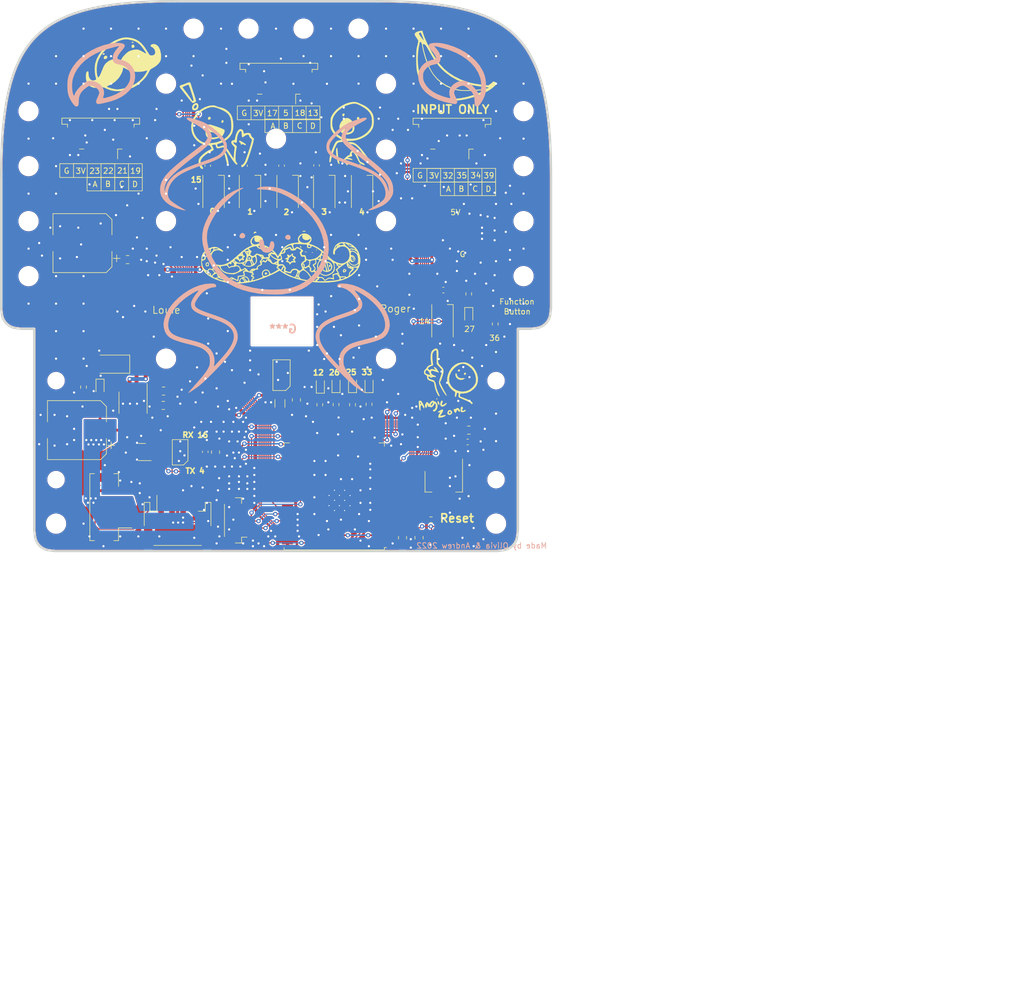
<source format=kicad_pcb>
(kicad_pcb (version 20211014) (generator pcbnew)
  (title_block (date "2021-06-25") (rev "1.0P") (company "EVEZOR"))
  (layers (0 "F.Cu" signal) (31 "B.Cu" signal) (34 "B.Paste" user) (35 "F.Paste" user) (36 "B.SilkS" user "B.Silkscreen") (37 "F.SilkS" user "F.Silkscreen") (38 "B.Mask" user) (39 "F.Mask" user) (44 "Edge.Cuts" user))
  (net 0 "")
  (net 1 "Net-(D1-Pad1)")
  (net 2 "/SERVO_0")
  (net 3 "/SERVO_1")
  (net 4 "GND")
  (net 5 "/CAN_H")
  (net 6 "/CAN_L")
  (net 7 "+3V3")
  (net 8 "Net-(D3-Pad1)")
  (net 9 "/RESET")
  (net 10 "/NEO_STATUS")
  (net 11 "/VREG_OUT")
  (net 12 "/FUNCTION_BUTTON")
  (net 13 "/HBT_LED")
  (net 15 "VBUS")
  (net 16 "/NEO_BAR")
  (net 17 "/TXDO")
  (net 18 "/RXD0")
  (net 19 "Net-(D4-Pad1)")
  (net 20 "Net-(D5-Pad1)")
  (net 21 "/BOOT")
  (net 22 "Net-(D10-Pad3)")
  (net 23 "Net-(D10-Pad1)")
  (net 25 "Net-(J8-Pad1)")
  (net 26 "Net-(J8-Pad2)")
  (net 27 "/SDA")
  (net 30 "Net-(D8-Pad1)")
  (net 32 "/ANALOG_B")
  (net 33 "/ANALOG_A")
  (net 34 "/ANALOG_D")
  (net 35 "/ANALOG_C")
  (net 36 "/INPUT_A")
  (net 37 "/INPUT_C")
  (net 38 "/INPUT_B")
  (net 40 "/INPUT_D")
  (net 43 "/CAN_SLP")
  (net 44 "/CAN_TX")
  (net 45 "/CAN_RX")
  (net 46 "/SCL")
  (net 47 "Net-(D12-Pad1)")
  (net 48 "Net-(D13-Pad1)")
  (net 49 "Net-(D14-Pad1)")
  (net 50 "Net-(D15-Pad1)")
  (net 53 "/MOTOR_R_2")
  (net 54 "/MOTOR_R_1")
  (net 55 "/MOTOR_L_1")
  (net 56 "/MOTOR_L_2")
  (net 57 "Net-(J16-Pad1)")
  (net 58 "Net-(J16-Pad2)")
  (footprint "MountingHole:MountingHole_3.2mm_M3_ISO14580" (layer "F.Cu") (at 110 145)
    (fp_text reference "H14")
    (fp_text value "MountingHole")
  )
  (footprint "Resistor_SMD:R_0603_1608Metric" (layer "F.Cu") (at 115 120.175 90)
    (fp_text reference "R7" hide)
    (fp_text value "82k")
  )
  (footprint "MountingHole:MountingHole_3.2mm_M3_ISO14580" (layer "F.Cu") (at 195 70)
    (fp_text reference "H25")
    (fp_text value "MountingHole")
  )
  (footprint "MountingHole:MountingHole_2.7mm_M2.5_ISO14580" (layer "F.Cu") (at 110 137)
    (fp_text reference "H24" hide)
    (fp_text value "MountingHole")
  )
  (footprint "MountingHole:MountingHole_3.2mm_M3_ISO14580" (layer "F.Cu") (at 130 115)
    (fp_text reference "H1")
    (fp_text value "MountingHole")
  )
  (footprint "Capacitor_SMD:C_0603_1608Metric" (layer "F.Cu") (at 157.364648 79.864648 -90)
    (fp_text reference "C21" hide)
    (fp_text value ".1uF")
  )
  (footprint "Capacitor_SMD:C_0805_2012Metric" (layer "F.Cu") (at 129.5475 120.895)
    (fp_text reference "C17" hide)
    (fp_text value ".1uF 100V")
  )
  (footprint "LED_SMD:LED_0603_1608Metric" (layer "F.Cu") (at 163.91 119.701 90)
    (fp_text reference "D14" hide)
    (fp_text value "LED")
  )
  (footprint "Capacitor_SMD:C_0805_2012Metric" (layer "F.Cu") (at 123 97)
    (fp_text reference "C4" hide)
    (fp_text value "4.7uF 100V")
  )
  (footprint "Resistor_SMD:R_0603_1608Metric" (layer "F.Cu") (at 163.91 123.3765 90)
    (fp_text reference "R9" hide)
    (fp_text value "10k")
  )
  (footprint "MountingHole:MountingHole_3.2mm_M3_ISO14580" (layer "F.Cu") (at 170 65)
    (fp_text reference "H3")
    (fp_text value "MountingHole")
  )
  (footprint "LED_SMD:LED_0603_1608Metric" (layer "F.Cu") (at 118 120.2125 -90)
    (fp_text reference "D8" hide)
    (fp_text value "LED")
  )
  (footprint "Capacitor_SMD:C_0805_2012Metric" (layer "F.Cu") (at 185.05 128)
    (fp_text reference "C13" hide)
    (fp_text value "22uF")
  )
  (footprint "MountingHole:MountingHole_2.7mm_M2.5_ISO14580" (layer "F.Cu") (at 110 119)
    (fp_text reference "H21" hide)
    (fp_text value "MountingHole")
  )
  (footprint "MountingHole:MountingHole_3.2mm_M3_ISO14580" (layer "F.Cu") (at 170 90)
    (fp_text reference "H9")
    (fp_text value "MountingHole")
  )
  (footprint "MountingHole:MountingHole_3.2mm_M3_ISO14580" (layer "F.Cu") (at 150 75)
    (fp_text reference "H4")
    (fp_text value "MountingHole")
  )
  (footprint "LED_SMD:LED_SK6812MINI_PLCC4_3.5x3.5mm_P1.75mm" (layer "F.Cu") (at 158.764648 84.614648 90)
    (fp_text reference "D10")
    (fp_text value "SK6812MINI")
  )
  (footprint "Capacitor_SMD:C_0603_1608Metric" (layer "F.Cu") (at 184.85 130.15 180)
    (fp_text reference "C12" hide)
    (fp_text value ".1uF")
  )
  (footprint "LED_SMD:LED_SK6812MINI_PLCC4_3.5x3.5mm_P1.75mm" (layer "F.Cu") (at 180.264 108.123 90)
    (fp_text reference "D6")
    (fp_text value "SK6812MINI")
  )
  (footprint "Capacitor_SMD:CP_Elec_10x10.5" (layer "F.Cu") (at 114.8 94 180)
    (fp_text reference "C3" hide)
    (fp_text value "220uF")
  )
  (footprint "Package_SO:CAN-TRANS-SN65HVD230DR" (layer "F.Cu") (at 132.558 132.031 90)
    (fp_text reference "U5")
    (fp_text value "Trans_CAN_SN65HVD230DR")
  )
  (footprint "Button_Switch_SMD:SWITCH_2x3_SMD_TACTILE_GREEN" (layer "F.Cu") (at 188 103.25 90)
    (fp_text reference "SW1")
    (fp_text value "SW_Push")
  )
  (footprint "MountingHole:MountingHole_2.7mm_M2.5_ISO14580" (layer "F.Cu") (at 190 137)
    (fp_text reference "H23" hide)
    (fp_text value "MountingHole")
  )
  (footprint "MountingHole:MountingHole_3.2mm_M3_ISO14580" (layer "F.Cu") (at 165 55)
    (fp_text reference "H2")
    (fp_text value "MountingHole")
  )
  (footprint "MountingHole:MountingHole_3.2mm_M3_ISO14580" (layer "F.Cu") (at 105 100)
    (fp_text reference "H17")
    (fp_text value "MountingHole")
  )
  (footprint "LED_SMD:LED_0603_1608Metric" (layer "F.Cu") (at 160.91 119.701 90)
    (fp_text reference "D13" hide)
    (fp_text value "LED")
  )
  (footprint "Diode_SMD:D_SMA" (layer "F.Cu") (at 120 116 180)
    (fp_text reference "D1" hide)
    (fp_text value "SX35_SCHOTTKY")
  )
  (footprint "Resistor_SMD:R_0603_1608Metric" (layer "F.Cu") (at 185.04 103.2275 -90)
    (fp_text reference "R5" hide)
    (fp_text value "10k")
  )
  (footprint "Connector_JST:JST_XH_2_VERTICAL" (layer "F.Cu") (at 136 105.7 -90)
    (fp_text reference "J8")
    (fp_text value "Conn_01x02_MountingPin")
  )
  (footprint "Drawing:mustache" (layer "F.Cu") (at 150.795946 101.273401)
    (fp_text reference "G***")
    (fp_text value "LOGO" hide)
  )
  (footprint "MountingHole:MountingHole_3.2mm_M3_ISO14580" (layer "F.Cu") (at 170 115)
    (fp_text reference "H6")
    (fp_text value "MountingHole")
  )
  (footprint "MountingHole:MountingHole_3.2mm_M3_ISO14580" (layer "F.Cu") (at 130 90)
    (fp_text reference "H7")
    (fp_text value "MountingHole")
  )
  (footprint "LED_SMD:LED_SK6812MINI_PLCC4_3.5x3.5mm_P1.75mm" (layer "F.Cu") (at 152.104648 84.614648 90)
    (fp_text reference "D9")
    (fp_text value "SK6812MINI")
  )
  (footprint "Connector_JST:JST_XH_2_VERTICAL" (layer "F.Cu") (at 188.95 91.35 90)
    (fp_text reference "J7")
    (fp_text value "Conn_01x02_MountingPin")
  )
  (footprint "MountingHole:MountingHole_3.2mm_M3_ISO14580" (layer "F.Cu") (at 195 80)
    (fp_text reference "H18")
    (fp_text value "MountingHole")
  )
  (footprint "LED_SMD:LED_0603_1608Metric" (layer "F.Cu") (at 158.052 119.794 90)
    (fp_text reference "D12" hide)
    (fp_text value "LED")
  )
  (footprint "RF_Module:ESP32-WROOM-32U_evezor" (layer "F.Cu") (at 160.58 140.04 180)
    (fp_text reference "U3")
    (fp_text value "ESP32-WROOM-32U")
  )
  (footprint "Connector_JST:JST_SH_BM06B-SRSS-TB_1x06-1MP_P1.00mm_Vertical" (layer "F.Cu") (at 142.63 144.4 90)
    (fp_text reference "J2" hide)
    (fp_text value "ftdi_conn")
  )
  (footprint "Connector_FFC-FPC:TE_84952-6_1x06-1MP_P1.0mm_Horizontal" (layer "F.Cu") (at 150.51 66 180)
    (fp_text reference "J3" hide)
    (fp_text value "Conn_01x06_MountingPin")
  )
  (footprint "MountingHole:MountingHole_3.2mm_M3_ISO14580" (layer "F.Cu") (at 170 77)
    (fp_text reference "H26" hide)
    (fp_text value "MountingHole")
  )
  (footprint "LED_SMD:LED_SK6812MINI_PLCC4_3.5x3.5mm_P1.75mm" (layer "F.Cu") (at 165.639648 84.614648 90)
    (fp_text reference "D11")
    (fp_text value "SK6812MINI")
  )
  (footprint "Package_TO_SOT_SMD:SOT-223-3_TabPin2" (layer "F.Cu") (at 180.5 137.35 -90)
    (fp_text reference "U2" hide)
    (fp_text value "AMS1117-3.3")
  )
  (footprint "LED_SMD:LED_SK6812MINI_PLCC4_3.5x3.5mm_P1.75mm" (layer "F.Cu") (at 145.264648 84.614648 90)
    (fp_text reference "D5")
    (fp_text value "SK6812MINI")
  )
  (footprint "Connector_JST:JST_PH_B4B-PH-SM4-TB_1x04-1MP_P2.00mm_Vertical" (layer "F.Cu") (at 120.5 142 90)
    (fp_text reference "J4" hide)
    (fp_text value "Conn_01x04")
  )
  (footprint "Capacitor_SMD:C_0603_1608Metric" (layer "F.Cu") (at 144.264648 79.914648 -90)
    (fp_text reference "C8" hide)
    (fp_text value ".1uF")
  )
  (footprint "MountingHole:MountingHole_3.2mm_M3_ISO14580" (layer "F.Cu") (at 145 55)
    (fp_text reference "H16")
    (fp_text value "MountingHole")
  )
  (footprint "MountingHole:MountingHole_3.2mm_M3_ISO14580" (layer "F.Cu") (at 195 90)
    (fp_text reference "H20")
    (fp_text value "MountingHole")
  )
  (footprint "MountingHole:MountingHole_3.2mm_M3_ISO14580" (layer "F.Cu") (at 135 55)
    (fp_text reference "H8")
    (fp_text value "MountingHole")
  )
  (footprint "Resistor_SMD:R_0603_1608Metric" (layer "F.Cu") (at 160.91 123.3515 90)
    (fp_text reference "R8" hide)
    (fp_text value "10k")
  )
  (footprint "Capacitor_SMD:C_0805_2012Metric" (layer "F.Cu") (at 173 147.55 -90)
    (fp_text reference "C11" hide)
    (fp_text value "22uF")
  )
  (footprint "Package_SO:SOIC-10_LV8548MC-AH_evezor" (layer "F.Cu") (at 151 118 90)
    (fp_text reference "U4")
    (fp_text value "MOTOR_DRIVER-LV8548MC-AH")
  )
  (footprint "Capacitor_SMD:C_0603_1608Metric" (layer "F.Cu") (at 137.128 131.941 90)
    (fp_text reference "C9" hide)
    (fp_text value ".1uF")
  )
  (footprint "MountingHole:MountingHole_3.2mm_M3_ISO14580" (layer "F.Cu") (at 105 90)
    (fp_text reference "H5")
    (fp_text value "MountingHole")
  )
  (footprint "MountingHole:MountingHole_3.2mm_M3_ISO14580" (layer "F.Cu") (at 130 65)
    (fp_text reference "H11")
    (fp_text value "MountingHole")
  )
  (footprint "Capacitor_SMD:CP_Elec_10x10.5" (layer "F.Cu") (at 113.8 128 180)
    (fp_text reference "C1" hide)
    (fp_text value "220uF")
  )
  (footprint "Capacitor_SMD:C_0603_1608Metric" (layer "F.Cu") (at 151.004648 79.914648 -90)
    (fp_text reference "C18" hide)
    (fp_text value ".1uF")
  )
  (footprint "Button_Switch_SMD:SWITCH_2x3_SMD_TACTILE_GREEN" (layer "F.Cu") (at 182.118 147.574)
    (fp_text reference "SW2")
    (fp_text value "SW_Push")
  )
  (footprint "Connector_JST:JST_PH_S4B-PH-SM4-TB_1x04-1MP_P2.00mm_Horizontal" (layer "F.Cu") (at 132.096 144.448)
    (fp_text reference "J5" hide)
    (fp_text value "Conn_01x04")
  )
  (footprint "Capacitor_SMD:C_0805_2012Metric" (layer "F.Cu") (at 129.5 123.5)
    (fp_text reference "C2" hide)
    (fp_text value "4.7uF 100V")
  )
  (footprint "MountingHole:MountingHole_3.2mm_M3_ISO14580" (layer "F.Cu") (at 105 70)
    (fp_text reference "H13")
    (fp_text value "MountingHole")
  )
  (footprint "Resistor_SMD:R_0603_1608Metric" (layer "F.Cu") (at 166.91 123.2915 90)
    (fp_text reference "R10" hide)
    (fp_text value "10k")
  )
  (footprint "Capacitor_SMD:C_1206_3216Metric" (layer "F.Cu") (at 150.7 123.145 -90)
    (fp_text reference "C6" hide)
    (fp_text value "10uF 50V")
  )
  (footprint "Inductor_SMD:INDUCTOR-68uH" (layer "F.Cu") (at 122 106.25 -90)
    (fp_text reference "L1")
    (fp_text value "68uF")
  )
  (footprint "Connector_FFC-FPC:TE_84952-6_1x06-1MP_P1.0mm_Horizontal" (layer "F.Cu") (at 181.99 76 180)
    (fp_text reference "J1" hide)
    (fp_text value "Conn_01x06_MountingPin")
  )
  (footprint "MountingHole:MountingHole_3.2mm_M3_ISO14580" (layer "F.Cu") (at 155 55)
    (fp_text reference "H10")
    (fp_text value "MountingHole")
  )
  (footprint "Connector_FFC-FPC:TE_84952-6_1x06-1MP_P1.0mm_Horizontal" (layer "F.Cu") (at 118.13 75.98 180)
    (fp_text reference "J6" hide)
    (fp_text value "Conn_01x06_MountingPin")
  )
  (footprint "Resistor_SMD:R_0603_1608Metric" (layer "F.Cu") (at 189.85 108.7 -90)
    (fp_text reference "R3" hide)
    (fp_text value "10k")
  )
  (footprint "MountingHole:MountingHole_3.2mm_M3_ISO14580" (layer "F.Cu") (at 190 145)
    (fp_text reference "H19")
    (fp_text value "MountingHole")
  )
  (footprint "Capacitor_SMD:C_0805_2012Metric" (layer "F.Cu") (at 139 132 -90)
    (fp_text reference "C15" hide)
    (fp_text value "22uF")
  )
  (footprint "Capacitor_SMD:C_0805_2012Metric" (layer "F.Cu") (at 153.7 122.5 -90)
    (fp_text reference "C5" hide)
    (fp_text value ".1uF 100V")
  )
  (footprint "Capacitor_SMD:C_0603_1608Metric" (layer "F.Cu") (at 180.414 102.533)
    (fp_text reference "C10" hide)
    (fp_text value ".1uF")
  )
  (footprint "MountingHole:MountingHole_3.2mm_M3_ISO14580" (layer "F.Cu") (at 130 77)
    (fp_text reference "H27" hide)
    (fp_text value "MountingHole")
  )
  (footprint "LED_SMD:LED_0603_1608Metric" (layer "F.Cu") (at 185.04 107.19 -90)
    (fp_text reference "D3" hide)
    (fp_text value "LED")
  )
  (footprint "Connector_JST:JST_XH_2_VERTICAL" (layer "F.Cu") (at 166.8 106.35 90)
    (fp_text reference "J16")
    (fp_text value "Conn_01x02_MountingPin")
  )
  (footprint "Resistor_SMD:R_0603_1608Metric" (layer "F.Cu") (at 178.175 144.3 180)
    (fp_text reference "R6" hide)
    (fp_text value "10k")
  )
  (footprint "LED_SMD:LED_0603_1608Metric" (layer "F.Cu") (at 166.91 119.701 90)
    (fp_text reference "D15" hide)
    (fp_text value "LED")
  )
  (footprint "Capacitor_SMD:C_0603_1608Metric" (layer "F.Cu") (at 164.76 79.7 -90)
    (fp_text reference "C22" hide)
    (fp_text value ".1uF")
  )
  (footprint "Capacitor_SMD:C_0603_1608Metric" (layer "F.Cu") (at 137.589648 79.914648 90)
    (fp_text reference "C14" hide)
    (fp_text value ".1uF")
  )
  (footprint "MountingHole:MountingHole_3.2mm_M3_ISO14580" (layer "F.Cu") (at 105 80)
    (fp_text reference "H12")
    (fp_text value "MountingHole")
  )
  (footprint "Package_TO_SOT_SMD:SOT-23" (layer "F.Cu") (at 125.6205 131.981 180)
    (fp_text reference "D7" hide)
    (fp_text value "D_TVS_x2_AAC")
  )
  (footprint "Resistor_SMD:R_0603_1608Metric" (layer "F.Cu") (at 157.962 123.3765 90)
    (fp_text reference "R4" hide)
    (fp_text value "10k")
  )
  (footprint "MountingHole:MountingHole_2.7mm_M2.5_ISO14580" (layer "F.Cu") (at 190 119)
    (fp_text reference "H22" hide)
    (fp_text value "MountingHole")
  )
  (footprint "Package_SO:SOIC-8_3.9x4.9mm_P1.27mm" (layer "F.Cu") (at 124 123 -90)
    (fp_text reference "U1" hide)
    (fp_text value "XL1509")
  )
  (footprint "LED_SMD:LED_SK6812MINI_PLCC4_3.5x3.5mm_P1.75mm" (layer "F.Cu") (at 138.639648 84.614648 90)
    (fp_text reference "D4")
    (fp_text value "SK6812MINI")
  )
  (footprint "Capacitor_SMD:C_0805_2012Metric" (layer "F.Cu") (at 176 147.55 -90)
    (fp_text reference "C7")
    (fp_text value "22uF")
  )
  (footprint "MountingHole:MountingHole_3.2mm_M3_ISO14580" (layer "F.Cu") (at 195 100)
    (fp_text reference "H15")
    (fp_text value "MountingHole")
  )
  (footprint "Drawing:backside" (layer "B.Cu") (at 150.791333 102.357578 180)
    (fp_text reference "G***")
    (fp_text value "LOGO" hide)
  )
  (gr_rect (start 189.925 82.905) (end 174.925 80.405) (layer "F.SilkS") (width 0.12) (fill none))
  (gr_line (start 182.44 82.85) (end 182.44 85.35) (layer "F.SilkS") (width 0.12))
  (gr_line (start 120.675 79.555) (end 118.175 79.555) (layer "F.SilkS") (width 0.12))
  (gr_line (start 179.925 82.905) (end 179.925 80.405) (layer "F.SilkS") (width 0.12))
  (gr_line (start 184.925 80.405) (end 182.425 80.405) (layer "F.SilkS") (width 0.12))
  (gr_line (start 120.67 84.49) (end 120.67 81.99) (layer "F.SilkS") (width 0.12))
  (gr_line (start 150.46 71.56) (end 150.46 69.06) (layer "F.SilkS") (width 0.12))
  (gr_line (start 150.53 71.39) (end 150.53 73.89) (layer "F.SilkS") (width 0.12))
  (gr_line (start 123.175 79.555) (end 123.175 82.055) (layer "F.SilkS") (width 0.12))
  (gr_line (start 177.425 80.405) (end 177.425 82.905) (layer "F.SilkS") (width 0.12))
  (gr_rect (start 125.68 84.49) (end 115.64 82.03) (layer "F.SilkS") (width 0.12) (fill none))
  (gr_line (start 187.44 85.36) (end 187.44 82.86) (layer "F.SilkS") (width 0.12))
  (gr_line (start 155.53 73.9) (end 155.53 71.4) (layer "F.SilkS") (width 0.12))
  (gr_line (start 184.92 85.36) (end 184.92 82.86) (layer "F.SilkS") (width 0.12))
  (gr_line (start 118.19 81.98) (end 118.19 84.48) (layer "F.SilkS") (width 0.12))
  (gr_line (start 187.425 80.405) (end 187.425 82.905) (layer "F.SilkS") (width 0.12))
  (gr_rect (start 125.675 82.055) (end 110.675 79.555) (layer "F.SilkS") (width 0.12) (fill none))
  (gr_line (start 145.46 69.06) (end 145.46 71.56) (layer "F.SilkS") (width 0.12))
  (gr_rect (start 157.96 71.56) (end 142.96 69.06) (layer "F.SilkS") (width 0.12) (fill none))
  (gr_line (start 118.175 82.055) (end 118.175 79.555) (layer "F.SilkS") (width 0.12))
  (gr_line (start 115.675 79.555) (end 113.175 79.555) (layer "F.SilkS") (width 0.12))
  (gr_line (start 187.425 82.905) (end 184.925 82.905) (layer "F.SilkS") (width 0.12))
  (gr_line (start 152.96 71.56) (end 152.96 69.06) (layer "F.SilkS") (width 0.12))
  (gr_line (start 120.675 82.055) (end 120.675 79.555) (layer "F.SilkS") (width 0.12))
  (gr_line (start 115.675 82.055) (end 115.675 79.555) (layer "F.SilkS") (width 0.12))
  (gr_line (start 113.175 79.555) (end 113.175 82.055) (layer "F.SilkS") (width 0.12))
  (gr_rect (start 189.93 85.36) (end 179.89 82.9) (layer "F.SilkS") (width 0.12) (fill none))
  (gr_line (start 123.19 84.49) (end 123.19 81.99) (layer "F.SilkS") (width 0.12))
  (gr_rect (start 158.02 73.9) (end 147.98 71.44) (layer "F.SilkS") (width 0.12) (fill none))
  (gr_line (start 179.925 80.405) (end 177.425 80.405) (layer "F.SilkS") (width 0.12))
  (gr_line (start 155.46 69.06) (end 155.46 71.56) (layer "F.SilkS") (width 0.12))
  (gr_line (start 182.425 82.905) (end 182.425 80.405) (layer "F.SilkS") (width 0.12))
  (gr_line (start 123.175 82.055) (end 120.675 82.055) (layer "F.SilkS") (width 0.12))
  (gr_line (start 147.96 71.56) (end 147.96 69.06) (layer "F.SilkS") (width 0.12))
  (gr_line (start 153.01 73.9) (end 153.01 71.4) (layer "F.SilkS") (width 0.12))
  (gr_line (start 184.925 82.905) (end 184.925 80.405) (layer "F.SilkS") (width 0.12))
  (gr_curve (pts (xy 191.814848 149.748579) (xy 192.093727 149.671161) (xy 192.285047 149.56941) (xy 192.478757 149.446802)) (layer "Edge.Cuts") (width 0.4))
  (gr_curve (pts (xy 131.896933 49.99) (xy 131.019282 49.994883) (xy 130.141631 49.999765) (xy 129.280261 50.016183)) (layer "Edge.Cuts") (width 0.4))
  (gr_curve (pts (xy 199.044315 108.624197) (xy 199.208918 108.459594) (xy 199.347701 108.269169) (xy 199.466802 108.080999)) (layer "Edge.Cuts") (width 0.4))
  (gr_curve (pts (xy 100.423947 72.35928) (xy 100.268125 73.851083) (xy 100.172244 75.294645) (xy 100.113487 76.82093)) (layer "Edge.Cuts") (width 0.4))
  (gr_curve (pts (xy 195.652875 58.868607) (xy 194.990409 57.851995) (xy 194.219968 56.962892) (xy 193.601816 56.336678)) (layer "Edge.Cuts") (width 0.4))
  (gr_curve (pts (xy 198.710668 66.630529) (xy 198.584025 66.060379) (xy 198.447471 65.506777) (xy 198.291745 64.952016)) (layer "Edge.Cuts") (width 0.4))
  (gr_curve (pts (xy 102.187067 63.457678) (xy 102.01869 63.95679) (xy 101.858462 64.476885) (xy 101.710232 65.017099)) (layer "Edge.Cuts") (width 0.4))
  (gr_curve (pts (xy 197.267397 61.95148) (xy 196.906802 61.106014) (xy 196.337497 59.91922) (xy 195.652875 58.868607)) (layer "Edge.Cuts") (width 0.4))
  (gr_curve (pts (xy 199.983817 79.260261) (xy 199.967874 78.423764) (xy 199.941053 77.602621) (xy 199.905269 76.793654)) (layer "Edge.Cuts") (width 0.4))
  (gr_line (start 193.987641 109.589883) (end 193.987641 146.127258) (layer "Edge.Cuts") (width 0.4))
  (gr_curve (pts (xy 103.471507 60.406178) (xy 103.200701 60.931659) (xy 102.944353 61.489378) (xy 102.72551 62.016937)) (layer "Edge.Cuts") (width 0.4))
  (gr_curve (pts (xy 113.412333 52.189345) (xy 112.945246 52.345223) (xy 112.533879 52.492738) (xy 111.97148 52.732603)) (layer "Edge.Cuts") (width 0.4))
  (gr_line (start 168.123067 49.99) (end 131.896933 49.99) (layer "Edge.Cuts") (width 0.4))
  (gr_line (start 193.987641 109.589883) (end 196.147258 109.589883) (layer "Edge.Cuts") (width 0.4))
  (gr_curve (pts (xy 177.64072 50.403947) (xy 176.148917 50.248125) (xy 174.705355 50.152244) (xy 173.17907 50.093487)) (layer "Edge.Cuts") (width 0.4))
  (gr_curve (pts (xy 100.94138 68.491982) (xy 100.767323 69.530436) (xy 100.569489 70.9659) (xy 100.423947 72.35928)) (layer "Edge.Cuts") (width 0.4))
  (gr_curve (pts (xy 183.3048 51.275003) (xy 182.744541 51.148707) (xy 182.219446 51.040624) (xy 181.508018 50.92138)) (layer "Edge.Cuts") (width 0.4))
  (gr_curve (pts (xy 114.972016 51.708255) (xy 114.433164 51.859515) (xy 113.893219 52.028862) (xy 113.412333 52.189345)) (layer "Edge.Cuts") (width 0.4))
  (gr_rect (start 145.58 112.54) (end 156.61 103.9) (layer "Edge.Cuts") (width 0.05) (fill none))
  (gr_curve (pts (xy 197.837208 109.348461) (xy 198.116086 109.271044) (xy 198.307407 109.169293) (xy 198.501117 109.046685)) (layer "Edge.Cuts") (width 0.4))
  (gr_curve (pts (xy 100.01 105.727141) (xy 100.071487 106.358777) (xy 100.132974 106.990413) (xy 100.251421 107.41709)) (layer "Edge.Cuts") (width 0.4))
  (gr_curve (pts (xy 124.497111 50.225644) (xy 123.762199 50.277039) (xy 123.040182 50.337775) (xy 122.330634 50.408923)) (layer "Edge.Cuts") (width 0.4))
  (gr_curve (pts (xy 192.478757 149.446802) (xy 192.666927 149.327701) (xy 192.857352 149.188918) (xy 193.021955 149.024315)) (layer "Edge.Cuts") (width 0.4))
  (gr_curve (pts (xy 199.466802 108.080999) (xy 199.58941 107.887289) (xy 199.691161 107.695969) (xy 199.768579 107.41709)) (layer "Edge.Cuts") (width 0.4))
  (gr_curve (pts (xy 100.553198 108.080999) (xy 100.672299 108.269169) (xy 100.811082 108.459594) (xy 100.975685 108.624197)) (layer "Edge.Cuts") (width 0.4))
  (gr_curve (pts (xy 101.710232 65.017099) (xy 101.557612 65.573312) (xy 101.417711 66.150853) (xy 101.295003 66.6952)) (layer "Edge.Cuts") (width 0.4))
  (gr_curve (pts (xy 118.447873 50.932577) (xy 117.841623 51.039157) (xy 117.237312 51.158995) (xy 116.650529 51.289332)) (layer "Edge.Cuts") (width 0.4))
  (gr_curve (pts (xy 200.01 81.876933) (xy 200.005117 80.999282) (xy 200.000235 80.121631) (xy 199.983817 79.260261)) (layer "Edge.Cuts") (width 0.4))
  (gr_curve (pts (xy 196.147258 109.589883) (xy 196.778894 109.528395) (xy 197.410531 109.466908) (xy 197.837208 109.348461)) (layer "Edge.Cuts") (width 0.4))
  (gr_curve (pts (xy 122.330634 50.408923) (xy 121.644999 50.477674) (xy 120.971008 50.556147) (xy 120.314221 50.644568)) (layer "Edge.Cuts") (width 0.4))
  (gr_curve (pts (xy 129.280261 50.016183) (xy 128.443764 50.032126) (xy 127.622621 50.058947) (xy 126.813654 50.094731)) (layer "Edge.Cuts") (width 0.4))
  (gr_line (start 200.01 105.727141) (end 200.01 81.876933) (layer "Edge.Cuts") (width 0.4))
  (gr_curve (pts (xy 197.810655 63.392333) (xy 197.654777 62.925246) (xy 197.507262 62.513879) (xy 197.267397 61.95148)) (layer "Edge.Cuts") (width 0.4))
  (gr_curve (pts (xy 107.541243 149.446802) (xy 107.734953 149.56941) (xy 107.926273 149.671161) (xy 108.205152 149.748579)) (layer "Edge.Cuts") (width 0.4))
  (gr_curve (pts (xy 199.067423 68.427873) (xy 198.960843 67.821623) (xy 198.841005 67.217312) (xy 198.710668 66.630529)) (layer "Edge.Cuts") (width 0.4))
  (gr_curve (pts (xy 199.768579 107.41709) (xy 199.887026 106.990413) (xy 199.948513 106.358777) (xy 200.01 105.727141)) (layer "Edge.Cuts") (width 0.4))
  (gr_curve (pts (xy 199.905269 76.793654) (xy 199.870572 76.009254) (xy 199.827448 75.236302) (xy 199.774356 74.477111)) (layer "Edge.Cuts") (width 0.4))
  (gr_curve (pts (xy 190.124899 149.99) (xy 190.756535 149.928513) (xy 191.388171 149.867026) (xy 191.814848 149.748579)) (layer "Edge.Cuts") (width 0.4))
  (gr_curve (pts (xy 193.444443 148.481117) (xy 193.567051 148.287407) (xy 193.668802 148.096086) (xy 193.746219 147.817208)) (layer "Edge.Cuts") (width 0.4))
  (gr_curve (pts (xy 102.182792 109.348461) (xy 102.609469 109.466908) (xy 103.241106 109.528395) (xy 103.872742 109.589883)) (layer "Edge.Cuts") (width 0.4))
  (gr_curve (pts (xy 106.998045 149.024315) (xy 107.162648 149.188918) (xy 107.353073 149.327701) (xy 107.541243 149.446802)) (layer "Edge.Cuts") (width 0.4))
  (gr_curve (pts (xy 187.983063 52.70551) (xy 187.491991 52.501803) (xy 187.027052 52.330592) (xy 186.542322 52.167067)) (layer "Edge.Cuts") (width 0.4))
  (gr_curve (pts (xy 184.982901 51.690232) (xy 184.426688 51.537612) (xy 183.849147 51.397711) (xy 183.3048 51.275003)) (layer "Edge.Cuts") (width 0.4))
  (gr_curve (pts (xy 199.774356 74.477111) (xy 199.722961 73.742199) (xy 199.662225 73.020182) (xy 199.591077 72.310634)) (layer "Edge.Cuts") (width 0.4))
  (gr_curve (pts (xy 108.888607 54.347125) (xy 107.871995 55.009591) (xy 106.982892 55.780032) (xy 106.356678 56.398184)) (layer "Edge.Cuts") (width 0.4))
  (gr_curve (pts (xy 193.601816 56.336678) (xy 193.167781 55.896983) (xy 192.808826 55.586895) (xy 192.403199 55.267091)) (layer "Edge.Cuts") (width 0.4))
  (gr_curve (pts (xy 116.650529 51.289332) (xy 116.080379 51.415975) (xy 115.526777 51.552529) (xy 114.972016 51.708255)) (layer "Edge.Cuts") (width 0.4))
  (gr_curve (pts (xy 193.746219 147.817208) (xy 193.864666 147.390531) (xy 193.926153 146.758894) (xy 193.987641 146.127258)) (layer "Edge.Cuts") (width 0.4))
  (gr_curve (pts (xy 102.72551 62.016937) (xy 102.521803 62.508009) (xy 102.350592 62.972948) (xy 102.187067 63.457678)) (layer "Edge.Cuts") (width 0.4))
  (gr_curve (pts (xy 106.575557 148.481117) (xy 106.694659 148.669286) (xy 106.833441 148.859711) (xy 106.998045 149.024315)) (layer "Edge.Cuts") (width 0.4))
  (gr_curve (pts (xy 198.501117 109.046685) (xy 198.689286 108.927583) (xy 198.879711 108.788801) (xy 199.044315 108.624197)) (layer "Edge.Cuts") (width 0.4))
  (gr_curve (pts (xy 105.287091 57.596801) (xy 104.96336 58.007409) (xy 104.629672 58.465843) (xy 104.325367 58.932799)) (layer "Edge.Cuts") (width 0.4))
  (gr_curve (pts (xy 192.403199 55.267091) (xy 191.992591 54.94336) (xy 191.534157 54.609672) (xy 191.067201 54.305367)) (layer "Edge.Cuts") (width 0.4))
  (gr_curve (pts (xy 106.356678 56.398184) (xy 105.916983 56.832219) (xy 105.606895 57.191174) (xy 105.287091 57.596801)) (layer "Edge.Cuts") (width 0.4))
  (gr_line (start 106.032359 109.589883) (end 103.872742 109.589883) (layer "Edge.Cuts") (width 0.4))
  (gr_curve (pts (xy 199.355432 70.294221) (xy 199.270153 69.660769) (xy 199.17562 69.043322) (xy 199.067423 68.427873)) (layer "Edge.Cuts") (width 0.4))
  (gr_curve (pts (xy 100.975685 108.624197) (xy 101.140289 108.788801) (xy 101.330714 108.927583) (xy 101.518883 109.046685)) (layer "Edge.Cuts") (width 0.4))
  (gr_curve (pts (xy 189.593822 53.451507) (xy 189.068341 53.180701) (xy 188.510622 52.924353) (xy 187.983063 52.70551)) (layer "Edge.Cuts") (width 0.4))
  (gr_curve (pts (xy 101.518883 109.046685) (xy 101.712593 109.169293) (xy 101.903914 109.271044) (xy 102.182792 109.348461)) (layer "Edge.Cuts") (width 0.4))
  (gr_curve (pts (xy 101.295003 66.6952) (xy 101.168707 67.255459) (xy 101.060624 67.780554) (xy 100.94138 68.491982)) (layer "Edge.Cuts") (width 0.4))
  (gr_curve (pts (xy 191.067201 54.305367) (xy 190.592261 53.99586) (xy 190.108505 53.716748) (xy 189.593822 53.451507)) (layer "Edge.Cuts") (width 0.4))
  (gr_curve (pts (xy 108.205152 149.748579) (xy 108.631829 149.867026) (xy 109.263465 149.928513) (xy 109.895101 149.99)) (layer "Edge.Cuts") (width 0.4))
  (gr_curve (pts (xy 126.813654 50.094731) (xy 126.029254 50.129428) (xy 125.256302 50.172552) (xy 124.497111 50.225644)) (layer "Edge.Cuts") (width 0.4))
  (gr_curve (pts (xy 181.508018 50.92138) (xy 180.469564 50.747323) (xy 179.0341 50.549489) (xy 177.64072 50.403947)) (layer "Edge.Cuts") (width 0.4))
  (gr_curve (pts (xy 173.17907 50.093487) (xy 171.556092 50.031007) (xy 169.83958 50.010504) (xy 168.123067 49.99)) (layer "Edge.Cuts") (width 0.4))
  (gr_curve (pts (xy 120.314221 50.644568) (xy 119.680769 50.729847) (xy 119.063322 50.82438) (xy 118.447873 50.932577)) (layer "Edge.Cuts") (width 0.4))
  (gr_curve (pts (xy 100.251421 107.41709) (xy 100.328839 107.695969) (xy 100.43059 107.887289) (xy 100.553198 108.080999)) (layer "Edge.Cuts") (width 0.4))
  (gr_curve (pts (xy 106.273781 147.817208) (xy 106.351198 148.096086) (xy 106.452949 148.287407) (xy 106.575557 148.481117)) (layer "Edge.Cuts") (width 0.4))
  (gr_curve (pts (xy 100.113487 76.82093) (xy 100.051007 78.443908) (xy 100.030504 80.16042) (xy 100.01 81.876933)) (layer "Edge.Cuts") (width 0.4))
  (gr_curve (pts (xy 106.032359 146.127258) (xy 106.093847 146.758894) (xy 106.155334 147.390531) (xy 106.273781 147.817208)) (layer "Edge.Cuts") (width 0.4))
  (gr_curve (pts (xy 199.591077 72.310634) (xy 199.522326 71.624999) (xy 199.443853 70.951008) (xy 199.355432 70.294221)) (layer "Edge.Cuts") (width 0.4))
  (gr_curve (pts (xy 193.021955 149.024315) (xy 193.186559 148.859711) (xy 193.325341 148.669286) (xy 193.444443 148.481117)) (layer "Edge.Cuts") (width 0.4))
  (gr_curve (pts (xy 111.97148 52.732603) (xy 111.126014 53.093198) (xy 109.93922 53.662503) (xy 108.888607 54.347125)) (layer "Edge.Cuts") (width 0.4))
  (gr_line (start 100.01 105.727141) (end 100.01 81.876933) (layer "Edge.Cuts") (width 0.4))
  (gr_curve (pts (xy 186.542322 52.167067) (xy 186.04321 51.99869) (xy 185.523115 51.838462) (xy 184.982901 51.690232)) (layer "Edge.Cuts") (width 0.4))
  (gr_line (start 190.124899 149.99) (end 109.895101 149.99) (layer "Edge.Cuts") (width 0.4))
  (gr_curve (pts (xy 104.325367 58.932799) (xy 104.01586 59.407739) (xy 103.736748 59.891495) (xy 103.471507 60.406178)) (layer "Edge.Cuts") (width 0.4))
  (gr_line (start 106.032359 146.127258) (end 106.032359 109.589883) (layer "Edge.Cuts") (width 0.4))
  (gr_curve (pts (xy 198.291745 64.952016) (xy 198.140485 64.413164) (xy 197.971138 63.873219) (xy 197.810655 63.392333)) (layer "Edge.Cuts") (width 0.4))
  (gr_text "Made by Olivia & Andrew 2022" (at 187.4 149.005) (layer "B.SilkS") (effects (font (size 1 1)) (justify mirror)))
  (gr_text "B" (at 183.69 84.13) (layer "F.SilkS") (effects (font (size 1 1))))
  (gr_text "1" (at 145.275 88.28) (layer "F.SilkS") (effects (font (size 1 1) (thickness 0.25))))
  (gr_text "B" (at 119.44 83.26) (layer "F.SilkS") (effects (font (size 1 1))))
  (gr_text "3" (at 158.75 88.305) (layer "F.SilkS") (effects (font (size 1 1) (thickness 0.25))))
  (gr_text "18" (at 154.36 70.335) (layer "F.SilkS") (effects (font (size 1 1))))
  (gr_text "35" (at 183.75 81.705) (layer "F.SilkS") (effects (font (size 1 1))))
  (gr_text "A" (at 149.43 72.7) (layer "F.SilkS") (effects (font (size 1 1))))
  (gr_text "Reset" (at 182.88 144.018) (layer "F.SilkS") (effects (font (size 1.5 1.5) (thickness 0.3))))
  (gr_text "17" (at 149.31 70.385) (layer "F.SilkS") (effects (font (size 1 1))))
  (gr_text "25" (at 163.66 117.47) (layer "F.SilkS") (effects (font (size 1 1) (thickness 0.25))))
  (gr_text "Button" (at 193.852 106.448) (layer "F.SilkS") (effects (font (size 1 1))))
  (gr_text "3V" (at 146.76 70.385) (layer "F.SilkS") (effects (font (size 1 1))))
  (gr_text "0" (at 138.43 88.23) (layer "F.SilkS") (effects (font (size 1 1) (thickness 0.25))))
  (gr_text "G" (at 111.925 80.855) (layer "F.SilkS") (effects (font (size 1 1))))
  (gr_text "INPUT ONLY" (at 182.12 69.69) (layer "F.SilkS") (effects (font (size 1.5 1.5) (thickness 0.3))))
  (gr_text "26" (at 160.6 117.52) (layer "F.SilkS") (effects (font (size 1 1) (thickness 0.25))))
  (gr_text "4" (at 165.608 88.33) (layer "F.SilkS") (effects (font (size 1 1) (thickness 0.25))))
  (gr_text "33" (at 166.52 117.47) (layer "F.SilkS") (effects (font (size 1 1) (thickness 0.25))))
  (gr_text "D" (at 156.7 72.7) (layer "F.SilkS") (effects (font (size 1 1))))
  (gr_text "14" (at 177 108.204) (layer "F.SilkS") (effects (font (size 1 1))))
  (gr_text "27" (at 185.175 109.63) (layer "F.SilkS") (effects (font (size 1 1))))
  (gr_text "RX 16" (at 135.32 128.88) (layer "F.SilkS") (effects (font (size 1 1) (thickness 0.25))))
  (gr_text "D" (at 124.36 83.29) (layer "F.SilkS") (effects (font (size 1 1))))
  (gr_text "Function" (at 193.802 104.648) (layer "F.SilkS") (effects (font (size 1 1))))
  (gr_text "G" (at 144.21 70.36) (layer "F.SilkS") (effects (font (size 1 1))))
  (gr_text "3V" (at 178.725 81.73) (layer "F.SilkS") (effects (font (size 1 1))))
  (gr_text "G" (at 183.896 96.012) (layer "F.SilkS") (effects (font (size 1 1))))
  (gr_text "5" (at 151.785 70.36) (layer "F.SilkS") (effects (font (size 1 1))))
  (gr_text "D" (at 188.61 84.16) (layer "F.SilkS") (effects (font (size 1 1))))
  (gr_text "2" (at 151.892 88.355) (layer "F.SilkS") (effects (font (size 1 1) (thickness 0.25))))
  (gr_text "G" (at 176.175 81.705) (layer "F.SilkS") (effects (font (size 1 1))))
  (gr_text "22" (at 119.5 80.855) (layer "F.SilkS") (effects (font (size 1 1))))
  (gr_text "5V" (at 182.626 88.392) (layer "F.SilkS") (effects (font (size 1 1))))
  (gr_text "C" (at 121.96 83.26) (layer "F.SilkS") (effects (font (size 1 1))))
  (gr_text "Louie" (at 130.048 106.172) (layer "F.SilkS") (effects (font (size 1.3 1.3))))
  (gr_text "TX 4" (at 135.28 135.41) (layer "F.SilkS") (effects (font (size 1 1) (thickness 0.25))))
  (gr_text "A" (at 181.34 84.16) (layer "F.SilkS") (effects (font (size 1 1))))
  (gr_text "Roger" (at 171.704 105.918) (layer "F.SilkS") (effects (font (size 1.3 1.3))))
  (gr_text "C" (at 186.21 84.13) (layer "F.SilkS") (effects (font (size 1 1))))
  (gr_text "12" (at 157.69 117.53) (layer "F.SilkS") (effects (font (size 1 1) (thickness 0.25))))
  (gr_text "15" (at 135.48 82.46) (layer "F.SilkS") (effects (font (size 1 1) (thickness 0.25))))
  (gr_text "32" (at 181.275 81.73) (layer "F.SilkS") (effects (font (size 1 1))))
  (gr_text "B" (at 151.78 72.67) (layer "F.SilkS") (effects (font (size 1 1))))
  (gr_text "21" (at 122.075 80.83) (layer "F.SilkS") (effects (font (size 1 1))))
  (gr_text "C" (at 154.3 72.67) (layer "F.SilkS") (effects (font (size 1 1))))
  (gr_text "3V" (at 114.475 80.88) (layer "F.SilkS") (effects (font (size 1 1))))
  (gr_text "39" (at 188.7 81.705) (layer "F.SilkS") (effects (font (size 1 1))))
  (gr_text "36" (at 189.738 111.252) (layer "F.SilkS") (effects (font (size 1 1))))
  (gr_text "23" (at 117.025 80.88) (layer "F.SilkS") (effects (font (size 1 1))))
  (gr_text "34" (at 186.325 81.68) (layer "F.SilkS") (effects (font (size 1 1))))
  (gr_text "13" (at 156.735 70.36) (layer "F.SilkS") (effects (font (size 1 1))))
  (gr_text "19" (at 124.45 80.855) (layer "F.SilkS") (effects (font (size 1 1))))
  (gr_text "A" (at 117.09 83.29) (layer "F.SilkS") (effects (font (size 1 1))))
  (segment (start 123.9 116) (end 124.635 116.735) (width 0.7) (layer "F.Cu") (net 1))
  (segment (start 124.635 116.735) (end 124.635 120.525) (width 0.7) (layer "F.Cu") (net 1))
  (segment (start 122 116) (end 123.9 116) (width 0.7) (layer "F.Cu") (net 1))
  (segment (start 122 111) (end 122 116) (width 0.7) (layer "F.Cu") (net 1))
  (segment (start 147.63192 139.40192) (end 150.175 141.945) (width 0.2) (layer "F.Cu") (net 2))
  (segment (start 147.63192 126.438752) (end 147.63192 139.40192) (width 0.2) (layer "F.Cu") (net 2))
  (segment (start 119.63 85.326296) (end 132.90096 98.597256) (width 0.2) (layer "F.Cu") (net 2))
  (segment (start 132.900961 111.707793) (end 147.63192 126.438752) (width 0.2) (layer "F.Cu") (net 2))
  (segment (start 119.63 77.78) (end 119.63 85.326296) (width 0.2) (layer "F.Cu") (net 2))
  (segment (start 132.90096 98.597256) (end 132.900961 111.707793) (width 0.2) (layer "F.Cu") (net 2))
  (segment (start 150.175 141.945) (end 152.08 141.945) (width 0.2) (layer "F.Cu") (net 2))
  (segment (start 147.98144 137.06144) (end 150.325 139.405) (width 0.2) (layer "F.Cu") (net 3))
  (segment (start 133.25048 111.563016) (end 147.98144 126.293976) (width 0.2) (layer "F.Cu") (net 3))
  (segment (start 120.63 77.78) (end 120.63 85.832) (width 0.2) (layer "F.Cu") (net 3))
  (segment (start 147.98144 126.293976) (end 147.98144 137.06144) (width 0.2) (layer "F.Cu") (net 3))
  (segment (start 150.325 139.405) (end 152.08 139.405) (width 0.2) (layer "F.Cu") (net 3))
  (segment (start 133.25048 98.45248) (end 133.25048 111.563016) (width 0.2) (layer "F.Cu") (net 3))
  (segment (start 120.63 85.832) (end 133.25048 98.45248) (width 0.2) (layer "F.Cu") (net 3))
  (via (at 144.526 134.112) (size 0.8) (drill 0.4) (layers "F.Cu" "B.Cu") (net 4))
  (via (at 146.05 138.684) (size 0.8) (drill 0.4) (layers "F.Cu" "B.Cu") (net 4))
  (via (at 124.206 105.41) (size 0.8) (drill 0.4) (layers "F.Cu" "B.Cu") (net 4))
  (via (at 139.446 123.698) (size 0.8) (drill 0.4) (layers "F.Cu" "B.Cu") (net 4))
  (via (at 146.05 141.224) (size 0.8) (drill 0.4) (layers "F.Cu" "B.Cu") (net 4))
  (via (at 187.452 92.202) (size 0.8) (drill 0.4) (layers "F.Cu" "B.Cu") (net 4))
  (via (at 141.224 97.028) (size 0.8) (drill 0.4) (layers "F.Cu" "B.Cu") (net 4))
  (via (at 132.842 68.072) (size 0.8) (drill 0.4) (layers "F.Cu" "B.Cu") (net 4))
  (via (at 174.752 125.73) (size 0.8) (drill 0.4) (layers "F.Cu" "B.Cu") (net 4))
  (via (at 141.478 136.398) (size 0.8) (drill 0.4) (layers "F.Cu" "B.Cu") (net 4))
  (via (at 141.986 117.094) (size 0.8) (drill 0.4) (layers "F.Cu" "B.Cu") (net 4))
  (via (at 120.396 124.46) (size 0.8) (drill 0.4) (layers "F.Cu" "B.Cu") (net 4))
  (via (at 185 55) (size 0.8) (drill 0.4) (layers "F.Cu" "B.Cu") (net 4))
  (via (at 153.924 146.304) (size 0.8) (drill 0.4) (layers "F.Cu" "B.Cu") (net 4))
  (via (at 141.478 84.074) (size 0.8) (drill 0.4) (layers "F.Cu" "B.Cu") (net 4))
  (via (at 156.464 82.042) (size 0.8) (drill 0.4) (layers "F.Cu" "B.Cu") (net 4))
  (via (at 135.382 122.936) (size 0.8) (drill 0.4) (layers "F.Cu" "B.Cu") (net 4))
  (via (at 115 55) (size 0.8) (drill 0.4) (layers "F.Cu" "B.Cu") (net 4))
  (via (at 165.608 120.65) (size 0.8) (drill 0.4) (layers "F.Cu" "B.Cu") (net 4))
  (via (at 159.258 114.046) (size 0.8) (drill 0.4) (layers "F.Cu" "B.Cu") (net 4))
  (via (at 128.016 97.536) (size 0.8) (drill 0.4) (layers "F.Cu" "B.Cu") (net 4))
  (via (at 172.974 112.268) (size 0.8) (drill 0.4) (layers "F.Cu" "B.Cu") (net 4))
  (via (at 145.288 115.316) (size 0.8) (drill 0.4) (layers "F.Cu" "B.Cu") (net 4))
  (via (at 135.89 86.868) (size 0.8) (drill 0.4) (layers "F.Cu" "B.Cu") (net 4))
  (via (at 121.158 106.426) (size 0.8) (drill 0.4) (layers "F.Cu" "B.Cu") (net 4))
  (via (at 130.81 94.742) (size 0.8) (drill 0.4) (layers "F.Cu" "B.Cu") (net 4))
  (via (at 126.492 97.282) (size 0.8) (drill 0.4) (layers "F.Cu" "B.Cu") (net 4))
  (via (at 135.128 127.508) (size 0.8) (drill 0.4) (layers "F.Cu" "B.Cu") (net 4))
  (via (at 161.29 128.778) (size 0.8) (drill 0.4) (layers "F.Cu" "B.Cu") (net 4))
  (via (at 192.532 108.712) (size 0.8) (drill 0.4) (layers "F.Cu" "B.Cu") (net 4))
  (via (at 175.768 127) (size 0.8) (drill 0.4) (layers "F.Cu" "B.Cu") (net 4))
  (via (at 178.054 148.844) (size 0.8) (drill 0.4) (layers "F.Cu" "B.Cu") (net 4))
  (via (at 185.38 83.34) (size 0.8) (drill 0.4) (layers "F.Cu" "B.Cu") (net 4))
  (via (at 153.162 65.024) (size 0.8) (drill 0.4) (layers "F.Cu" "B.Cu") (net 4))
  (via (at 130 55) (size 0.8) (drill 0.4) (layers "F.Cu" "B.Cu") (net 4))
  (via (at 149.86 147.32) (size 0.8) (drill 0.4) (layers "F.Cu" "B.Cu") (net 4))
  (via (at 174.752 123.952) (size 0.8) (drill 0.4) (layers "F.Cu" "B.Cu") (net 4))
  (via (at 164.92 132.78) (size 0.8) (drill 0.4) (layers "F.Cu" "B.Cu") (net 4))
  (via (at 162.56 86.614) (size 0.8) (drill 0.4) (layers "F.Cu" "B.Cu") (net 4))
  (via (at 188.214 101.346) (size 0.8) (drill 0.4) (layers "F.Cu" "B.Cu") (net 4))
  (via (at 170.942 130.81) (size 0.8) (drill 0.4) (layers "F.Cu" "B.Cu") (net 4))
  (via (at 128.778 147.32) (size 0.8) (drill 0.4) (layers "F.Cu" "B.Cu") (net 4))
  (via (at 147.828 62.738) (size 0.8) (drill 0.4) (layers "F.Cu" "B.Cu") (net 4))
  (via (at 128.27 96.266) (size 0.8) (drill 0.4) (layers "F.Cu" "B.Cu") (net 4))
  (via (at 163.068 84.582) (size 0.8) (drill 0.4) (layers "F.Cu" "B.Cu") (net 4))
  (via (at 142.494 133.096) (size 0.8) (drill 0.4) (layers "F.Cu" "B.Cu") (net 4))
  (via (at 165 60) (size 0.8) (drill 0.4) (layers "F.Cu" "B.Cu") (net 4))
  (via (at 183.896 113.538) (size 0.8) (drill 0.4) (layers "F.Cu" "B.Cu") (net 4))
  (via (at 164.338 146.05) (size 0.8) (drill 0.4) (layers "F.Cu" "B.Cu") (net 4))
  (via (at 170 60) (size 0.8) (drill 0.4) (layers "F.Cu" "B.Cu") (net 4))
  (via (at 135.382 84.074) (size 0.8) (drill 0.4) (layers "F.Cu" "B.Cu") (net 4))
  (via (at 110 115) (size 0.8) (drill 0.4) (layers "F.Cu" "B.Cu") (net 4))
  (via (at 190 60) (size 0.8) (drill 0.4) (layers "F.Cu" "B.Cu") (net 4))
  (via (at 157.48 109.22) (size 0.8) (drill 0.4) (layers "F.Cu" "B.Cu") (net 4))
  (via (at 162.56 81.788) (size 0.8) (drill 0.4) (layers "F.Cu" "B.Cu") (net 4))
  (via (at 129.032 128.016) (size 0.8) (drill 0.4) (layers "F.Cu" "B.Cu") (net 4))
  (via (at 124.714 123.19) (size 0.8) (drill 0.4) (layers "F.Cu" "B.Cu") (net 4))
  (via (at 189.484 105.41) (size 0.8) (drill 0.4) (layers "F.Cu" "B.Cu") (net 4))
  (via (at 175.768 131.064) (size 0.8) (drill 0.4) (layers "F.Cu" "B.Cu") (net 4))
  (via (at 184.15 86.868) (size 0.8) (drill 0.4) (layers "F.Cu" "B.Cu") (net 4))
  (via (at 161.29 132.588) (size 0.8) (drill 0.4) (layers "F.Cu" "B.Cu") (net 4))
  (via (at 190 65) (size 0.8) (drill 0.4) (layers "F.Cu" "B.Cu") (net 4))
  (via (at 141.478 86.614) (size 0.8) (drill 0.4) (layers "F.Cu" "B.Cu") (net 4))
  (via (at 146.05 137.414) (size 0.8) (drill 0.4) (layers "F.Cu" "B.Cu") (net 4))
  (via (at 176.53 77.978) (size 0.8) (drill 0.4) (layers "F.Cu" "B.Cu") (net 4))
  (via (at 146.812 117.856) (size 0.8) (drill 0.4) (layers "F.Cu" "B.Cu") (net 4))
  (via (at 162.052 79.502) (size 0.8) (drill 0.4) (layers "F.Cu" "B.Cu") (net 4))
  (via (at 183.388 74.422) (size 0.8) (drill 0.4) (layers "F.Cu" "B.Cu") (net 4))
  (via (at 137.668 107.696) (size 0.8) (drill 0.4) (layers "F.Cu" "B.Cu") (net 4))
  (via (at 139.65 136.73) (size 0.8) (drill 0.4) (layers "F.Cu" "B.Cu") (net 4))
  (via (at 152.908 125.222) (size 0.8) (drill 0.4) (layers "F.Cu" "B.Cu") (net 4))
  (via (at 139.192 128.27) (size 0.8) (drill 0.4) (layers "F.Cu" "B.Cu") (net 4))
  (via (at 159.004 133.604) (size 0.8) (drill 0.4) (layers "F.Cu" "B.Cu") (net 4))
  (via (at 136.906 75.946) (size 0.8) (drill 0.4) (layers "F.Cu" "B.Cu") (net 4))
  (via (at 161.798 110.744) (size 0.8) (drill 0.4) (layers "F.Cu" "B.Cu") (net 4))
  (via (at 110 105) (size 0.8) (drill 0.4) (layers "F.Cu" "B.Cu") (net 4))
  (via (at 115 65) (size 0.8) (drill 0.4) (layers "F.Cu" "B.Cu") (net 4))
  (via (at 175 60) (size 0.8) (drill 0.4) (layers "F.Cu" "B.Cu") (net 4))
  (via (at 116.84 120.904) (size 0.8) (drill 0.4) (layers "F.Cu" "B.Cu") (net 4))
  (via (at 139.446 138.938) (size 0.8) (drill 0.4) (layers "F.Cu" "B.Cu") (net 4))
  (via (at 148.082 79.756) (size 0.8) (drill 0.4) (layers "F.Cu" "B.Cu") (net 4))
  (via (at 135.636 116.586) (size 0.8) (drill 0.4) (layers "F.Cu" "B.Cu") (net 4))
  (via (at 167.92 129.35) (size 0.8) (drill 0.4) (layers "F.Cu" "B.Cu") (net 4))
  (via (at 184.04 116.52) (size 0.8) (drill 0.4) (layers "F.Cu" "B.Cu") (net 4))
  (via (at 144.018 140.462) (size 0.8) (drill 0.4) (layers "F.Cu" "B.Cu") (net 4))
  (via (at 165.1 108.966) (size 0.8) (drill 0.4) (layers "F.Cu" "B.Cu") (net 4))
  (via (at 150.114 115.57) (size 0.8) (drill 0.4) (layers "F.Cu" "B.Cu") (net 4))
  (via (at 159.004 136.144) (size 0.8) (drill 0.4) (layers "F.Cu" "B.Cu") (net 4))
  (via (at 187.452 116.332) (size 0.8) (drill 0.4) (layers "F.Cu" "B.Cu") (net 4))
  (via (at 166.878 144.526) (size 0.8) (drill 0.4) (layers "F.Cu" "B.Cu") (net 4))
  (via (at 168.656 86.36) (size 0.8) (drill 0.4) (layers "F.Cu" "B.Cu") (net 4))
  (via (at 141.986 128.27) (size 0.8) (drill 0.4) (layers "F.Cu" "B.Cu") (net 4))
  (via (at 189.484 102.616) (size 0.8) (drill 0.4) (layers "F.Cu" "B.Cu") (net 4))
  (via (at 139.7 147.32) (size 0.8) (drill 0.4) (layers "F.Cu" "B.Cu") (net 4))
  (via (at 145.034 61.468) (size 0.8) (drill 0.4) (layers "F.Cu" "B.Cu") (net 4))
  (via (at 142.748 123.952) (size 0.8) (drill 0.4) (layers "F.Cu" "B.Cu") (net 4))
  (via (at 180.848 126.746) (size 0.8) (drill 0.4) (layers "F.Cu" "B.Cu") (net 4))
  (via (at 120 60) (size 0.8) (drill 0.4) (layers "F.Cu" "B.Cu") (net 4))
  (via (at 138.684 98.044) (size 0.8) (drill 0.4) (layers "F.Cu" "B.Cu") (net 4))
  (via (at 167.132 138.684) (size 0.8) (drill 0.4) (layers "F.Cu" "B.Cu") (net 4))
  (via (at 144.78 136.398) (size 0.8) (drill 0.4) (layers "F.Cu" "B.Cu") (net 4))
  (via (at 144.018 148.59) (size 0.8) (drill 0.4) (layers "F.Cu" "B.Cu") (net 4))
  (via (at 146.05 139.954) (size 0.8) (drill 0.4) (layers "F.Cu" "B.Cu") (net 4))
  (via (at 180 60) (size 0.8) (drill 0.4) (layers "F.Cu" "B.Cu") (net 4))
  (via (at 189.738 99.822) (size 0.8) (drill 0.4) (layers "F.Cu" "B.Cu") (net 4))
  (via (at 180.34 93.472) (size 0.8) (drill 0.4) (layers "F.Cu" "B.Cu") (net 4))
  (via (at 123.952 71.628) (size 0.8) (drill 0.4) (layers "F.Cu" "B.Cu") (net 4))
  (via (at 114.046 91.186) (size 0.8) (drill 0.4) (layers "F.Cu" "B.Cu") (net 4))
  (via (at 148.082 81.534) (size 0.8) (drill 0.4) (layers "F.Cu" "B.Cu") (net 4))
  (via (at 130.302 125.476) (size 0.8) (drill 0.4) (layers "F.Cu" "B.Cu") (net 4))
  (via (at 135 60) (size 0.8) (drill 0.4) (layers "F.Cu" "B.Cu") (net 4))
  (via (at 181.61 143.002) (size 0.8) (drill 0.4) (layers "F.Cu" "B.Cu") (net 4))
  (via (at 141.478 124.206) (size 0.8) (drill 0.4) (layers "F.Cu" "B.Cu") (net 4))
  (via (at 141.224 122.682) (size 0.8) (drill 0.4) (layers "F.Cu" "B.Cu") (net 4))
  (via (at 195 105) (size 0.8) (drill 0.4) (layers "F.Cu" "B.Cu") (net 4))
  (via (at 112.014 125.476) (size 0.8) (drill 0.4) (layers "F.Cu" "B.Cu") (net 4))
  (via (at 149.098 146.304) (size 0.8) (drill 0.4) (layers "F.Cu" "B.Cu") (net 4))
  (via (at 154.686 86.614) (size 0.8) (drill 0.4) (layers "F.Cu" "B.Cu") (net 4))
  (via (at 123.952 94.996) (size 0.8) (drill 0.4) (layers "F.Cu" "B.Cu") (net 4))
  (via (at 163.83 128.27) (size 0.8) (drill 0.4) (layers "F.Cu" "B.Cu") (net 4))
  (via (at 167.132 136.652) (size 0.8) (drill 0.4) (layers "F.Cu" "B.Cu") (net 4))
  (via (at 189.738 84.836) (size 0.8) (drill 0.4) (layers "F.Cu" "B.Cu") (net 4))
  (via (at 171.196 97.028) (size 0.8) (drill 0.4) (layers "F.Cu" "B.Cu") (net 4))
  (via (at 140.462 128.27) (size 0.8) (drill 0.4) (layers "F.Cu" "B.Cu") (net 4))
  (via (at 170.942 94.996) (size 0.8) (drill 0.4) (layers "F.Cu" "B.Cu") (net 4))
  (via (at 159.004 106.426) (size 0.8) (drill 0.4) (layers "F.Cu" "B.Cu") (net 4))
  (via (at 165.1 113.03) (size 0.8) (drill 0.4) (layers "F.Cu" "B.Cu") (net 4))
  (via (at 182.626 131.826) (size 0.8) (drill 0.4) (layers "F.Cu" "B.Cu") (net 4))
  (via (at 105 95) (size 0.8) (drill 0.4) (layers "F.Cu" "B.Cu") (net 4))
  (via (at 145.288 113.538) (size 0.8) (drill 0.4) (layers "F.Cu" "B.Cu") (net 4))
  (via (at 138.176 126.492) (size 0.8) (drill 0.4) (layers "F.Cu" "B.Cu") (net 4))
  (via (at 120.65 71.628) (size 0.8) (drill 0.4) (layers "F.Cu" "B.Cu") (net 4))
  (via (at 148.59 147.32) (size 0.8) (drill 0.4) (layers "F.Cu" "B.Cu") (net 4))
  (via (at 110 100) (size 0.8) (drill 0.4) (layers "F.Cu" "B.Cu") (net 4))
  (via (at 189.738 89.408) (size 0.8) (drill 0.4) (layers "F.Cu" "B.Cu") (net 4))
  (via (at 173.99 73.406) (size 0.8) (drill 0.4) (layers "F.Cu" "B.Cu") (net 4))
  (via (at 157.48 128.524) (size 0.8) (drill 0.4) (layers "F.Cu" "B.Cu") (net 4))
  (via (at 172.974 128.778) (size 0.8) (drill 0.4) (layers "F.Cu" "B.Cu") (net 4))
  (via (at 122.936 87.122) (size 0.8) (drill 0.4) (layers "F.Cu" "B.Cu") (net 4))
  (via (at 195 85) (size 0.8) (drill 0.4) (layers "F.Cu" "B.Cu") (net 4))
  (via (at 166.624 79.248) (size 0.8) (drill 0.4) (layers "F.Cu" "B.Cu") (net 4))
  (via (at 120.396 75.184) (size 0.8) (drill 0.4) (layers "F.Cu" "B.Cu") (net 4))
  (via (at 189.992 97.282) (size 0.8) (drill 0.4) (layers "F.Cu" "B.Cu") (net 4))
  (via (at 172.212 71.374) (size 0.8) (drill 0.4) (layers "F.Cu" "B.Cu") (net 4))
  (via (at 173.482 125.222) (size 0.8) (drill 0.4) (layers "F.Cu" "B.Cu") (net 4))
  (via (at 155.702 123.19) (size 0.8) (drill 0.4) (layers "F.Cu" "B.Cu") (net 4))
  (via (at 126.492 94.996) (size 0.8) (drill 0.4) (layers "F.Cu" "B.Cu") (net 4))
  (via (at 128.778 99.822) (size 0.8) (drill 0.4) (layers "F.Cu" "B.Cu") (net 4))
  (via (at 124.714 130.302) (size 0.8) (drill 0.4) (layers "F.Cu" "B.Cu") (net 4))
  (via (at 140.462 126.492) (size 0.8) (drill 0.4) (layers "F.Cu" "B.Cu") (net 4))
  (via (at 187.706 131.572) (size 0.8) (drill 0.4) (layers "F.Cu" "B.Cu") (net 4))
  (via (at 121.92 83.82) (size 0.8) (drill 0.4) (layers "F.Cu" "B.Cu") (net 4))
  (via (at 182.626 136.398) (size 0.8) (drill 0.4) (layers "F.Cu" "B.Cu") (net 4))
  (via (at 137.414 129.794) (size 0.8) (drill 0.4) (layers "F.Cu" "B.Cu") (net 4))
  (via (at 145.796 148.082) (size 0.8) (drill 0.4) (layers "F.Cu" "B.Cu") (net 4))
  (via (at 165.354 148.082) (size 0.8) (drill 0.4) (layers "F.Cu" "B.Cu") (net 4))
  (via (at 158.75 94.742) (size 0.8) (drill 0.4) (layers "F.Cu" "B.Cu") (net 4))
  (via (at 187.706 71.628) (size 0.8) (drill 0.4) (layers "F.Cu" "B.Cu") (net 4))
  (via (at 167.132 142.494) (size 0.8) (drill 0.4) (layers "F.Cu" "B.Cu") (net 4))
  (via (at 113.284 129.794) (size 0.8) (drill 0.4) (layers "F.Cu" "B.Cu") (net 4))
  (via (at 139.446 88.138) (size 0.8) (drill 0.4) (layers "F.Cu" "B.Cu") (net 4))
  (via (at 166.37 94.996) (size 0.8) (drill 0.4) (layers "F.Cu" "B.Cu") (net 4))
  (via (at 183.134 122.682) (size 0.8) (drill 0.4) (layers "F.Cu" "B.Cu") (net 4))
  (via (at 110 60) (size 0.8) (drill 0.4) (layers "F.Cu" "B.Cu") (net 4))
  (via (at 144.272 119.38) (size 0.8) (drill 0.4) (layers "F.Cu" "B.Cu") (net 4))
  (via (at 148.082 86.36) (size 0.8) (drill 0.4) (layers "F.Cu" "B.Cu") (net 4))
  (via (at 153.924 145.288) (size 0.8) (drill 0.4) (layers "F.Cu" "B.Cu") (net 4))
  (via (at 126.746 99.822) (size 0.8) (drill 0.4) (layers "F.Cu" "B.Cu") (net 4))
  (via (at 167.132 141.224) (size 0.8) (drill 0.4) (layers "F.Cu" "B.Cu") (net 4))
  (via (at 165.1 143.256) (size 0.8) (drill 0.4) (layers "F.Cu" "B.Cu") (net 4))
  (via (at 132.08 121.92) (size 0.8) (drill 0.4) (layers "F.Cu" "B.Cu") (net 4))
  (via (at 165.354 138.938) (size 0.8) (drill 0.4) (layers "F.Cu" "B.Cu") (net 4))
  (via (at 113.792 96.52) (size 0.8) (drill 0.4) (layers "F.Cu" "B.Cu") (net 4))
  (via (at 151.13 97.282) (size 0.8) (drill 0.4) (layers "F.Cu" "B.Cu") (net 4))
  (via (at 152.146 117.602) (size 0.8) (drill 0.4) (layers "F.Cu" "B.Cu") (net 4))
  (via (at 142.5 92.5) (size 0.8) (drill 0.4) (layers "F.Cu" "B.Cu") (net 4))
  (via (at 109.728 130.81) (size 0.8) (drill 0.4) (layers "F.Cu" "B.Cu") (net 4))
  (via (at 114.046 77.978) (size 0.8) (drill 0.4) (layers "F.Cu" "B.Cu") (net 4))
  (via (at 152.908 88.392) (size 0.8) (drill 0.4) (layers "F.Cu" "B.Cu") (net 4))
  (via (at 145.034 68.072) (size 0.8) (drill 0.4) (layers "F.Cu" "B.Cu") (net 4))
  (via (at 182.88 125.73) (size 0.8) (drill 0.4) (layers "F.Cu" "B.Cu") (net 4))
  (via (at 113.284 121.158) (size 0.8) (drill 0.4) (layers "F.Cu" "B.Cu") (net 4))
  (via (at 136.652 63.5) (size 0.8) (drill 0.4) (layers "F.Cu" "B.Cu") (net 4))
  (via (at 139.192 120.396) (size 0.8) (drill 0.4) (layers "F.Cu" "B.Cu") (net 4))
  (via (at 187.96 127.762) (size 0.8) (drill 0.4) (layers "F.Cu" "B.Cu") (net 4))
  (via (at 116.078 83.312) (size 0.8) (drill 0.4) (layers "F.Cu" "B.Cu") (net 4))
  (via (at 149.098 122.936) (size 0.8) (drill 0.4) (layers "F.Cu" "B.Cu") (net 4))
  (via (at 125.222 139.446) (size 0.8) (drill 0.4) (layers "F.Cu" "B.Cu") (net 4))
  (via (at 192.532 97.028) (size 0.8) (drill 0.4) (layers "F.Cu" "B.Cu") (net 4))
  (via (at 168.91 81.534) (size 0.8) (drill 0.4) (layers "F.Cu" "B.Cu") (net 4))
  (via (at 131.064 100.076) (size 0.8) (drill 0.4) (layers "F.Cu" "B.Cu") (net 4))
  (via (at 134.62 138.176) (size 0.8) (drill 0.4) (layers "F.Cu" "B.Cu") (net 4))
  (via (at 141.478 137.668) (size 0.8) (drill 0.4) (layers "F.Cu" "B.Cu") (net 4))
  (via (at 156.972 133.604) (size 0.8) (drill 0.4) (layers "F.Cu" "B.Cu") (net 4))
  (via (at 155.194 120.142) (size 0.8) (drill 0.4) (layers "F.Cu" "B.Cu") (net 4))
  (via (at 116.078 147.32) (size 0.8) (drill 0.4) (layers "F.Cu" "B.Cu") (net 4))
  (via (at 110 85) (size 0.8) (drill 0.4) (layers "F.Cu" "B.Cu") (net 4))
  (via (at 123.444 123.19) (size 0.8) (drill 0.4) (layers "F.Cu" "B.Cu") (net 4))
  (via (at 137.16 118.618) (size 0.8) (drill 0.4) (layers "F.Cu" "B.Cu") (net 4))
  (via (at 174.498 149.352) (size 0.8) (drill 0.4) (layers "F.Cu" "B.Cu") (net 4))
  (via (at 105 65) (size 0.8) (drill 0.4) (layers "F.Cu" "B.Cu") (net 4))
  (via (at 156.718 126.492) (size 0.8) (drill 0.4) (layers "F.Cu" "B.Cu") (net 4))
  (via (at 187.452 91.186) (size 0.8) (drill 0.4) (layers "F.Cu" "B.Cu") (net 4))
  (via (at 142.24 132.08) (size 0.8) (drill 0.4) (layers "F.Cu" "B.Cu") (net 4))
  (via (at 179.578 75.438) (size 0.8) (drill 0.4) (layers "F.Cu" "B.Cu") (net 4))
  (via (at 192.786 86.868) (size 0.8) (drill 0.4) (layers "F.Cu" "B.Cu") (net 4))
  (via (at 160.02 103.632) (size 0.8) (drill 0.4) (layers "F.Cu" "B.Cu") (net 4))
  (via (at 105 105) (size 0.8) (drill 0.4) (layers "F.Cu" "B.Cu") (net 4))
  (via (at 147.828 149.098) (size 0.8) (drill 0.4) (layers "F.Cu" "B.Cu") (net 4))
  (via (at 132.588 123.19) (size 0.8) (drill 0.4) (layers "F.Cu" "B.Cu") (net 4))
  (via (at 138.938 134.62) (size 0.8) (drill 0.4) (layers "F.Cu" "B.Cu") (net 4))
  (via (at 140.716 115.57) (size 0.8) (drill 0.4) (layers "F.Cu" "B.Cu") (net 4))
  (via (at 175.04 105.92) (size 0.8) (drill 0.4) (layers "F.Cu" "B.Cu") (net 4))
  (via (at 187.452 93.218) (size 0.8) (drill 0.4) (layers "F.Cu" "B.Cu") (net 4))
  (via (at 150.368 118.872) (size 0.8) (drill 0.4) (layers "F.Cu" "B.Cu") (net 4))
  (via (at 157.226 77.47) (size 0.8) (drill 0.4) (layers "F.Cu" "B.Cu") (net 4))
  (via (at 195 95) (size 0.8) (drill 0.4) (layers "F.Cu" "B.Cu") (net 4))
  (via (at 107.188 125.222) (size 0.8) (drill 0.4) (layers "F.Cu" "B.Cu") (net 4))
  (via (at 128.016 71.628) (size 0.8) (drill 0.4) (layers "F.Cu" "B.Cu") (net 4))
  (via (at 159.512 120.396) (size 0.8) (drill 0.4) (layers "F.Cu" "B.Cu") (net 4))
  (via (at 177.53 78.6) (size 0.8) (drill 0.4) (layers "F.Cu" "B.Cu") (net 4))
  (via (at 110 110) (size 0.8) (drill 0.4) (layers "F.Cu" "B.Cu") (net 4))
  (via (at 117.856 113.538) (size 0.8) (drill 0.4) (layers "F.Cu" "B.Cu") (net 4))
  (via (at 118.11 118.11) (size 0.8) (drill 0.4) (layers "F.Cu" "B.Cu") (net 4))
  (via (at 188.214 112.522) (size 0.8) (drill 0.4) (layers "F.Cu" "B.Cu") (net 4))
  (via (at 158.75 115.062) (size 0.8) (drill 0.4) (layers "F.Cu" "B.Cu") (net 4))
  (via (at 144.272 77.47) (size 0.8) (drill 0.4) (layers "F.Cu" "B.Cu") (net 4))
  (via (at 135.636 96.52) (size 0.8) (drill 0.4) (layers "F.Cu" "B.Cu") (net 4))
  (via (at 165.93 126) (size 0.8) (drill 0.4) (layers "F.Cu" "B.Cu") (net 4))
  (via (at 133.096 138.938) (size 0.8) (drill 0.4) (layers "F.Cu" "B.Cu") (net 4))
  (via (at 185 65) (size 0.8) (drill 0.4) (layers "F.Cu" "B.Cu") (net 4))
  (via (at 172.212 121.412) (size 0.8) (drill 0.4) (layers "F.Cu" "B.Cu") (net 4))
  (via (at 181.102 119.38) (size 0.8) (drill 0.4) (layers "F.Cu" "B.Cu") (net 4))
  (via (at 165 65) (size 0.8) (drill 0.4) (layers "F.Cu" "B.Cu") (net 4))
  (via (at 141.478 130.048) (size 0.8) (drill 0.4) (layers "F.Cu" "B.Cu") (net 4))
  (via (at 181.61 138.176) (size 0.8) (drill 0.4) (layers "F.Cu" "B.Cu") (net 4))
  (via (at 115 145) (size 0.8) (drill 0.4) (layers "F.Cu" "B.Cu") (net 4))
  (via (at 159.004 97.282) (size 0.8) (drill 0.4) (layers "F.Cu" "B.Cu") (net 4))
  (via (at 167.386 125.73) (size 0.8) (drill 0.4) (layers "F.Cu" "B.Cu") (net 4))
  (via (at 180.086 117.348) (size 0.8) (drill 0.4) (layers "F.Cu" "B.Cu") (net 4))
  (via (at 164.338 106.172) (size 0.8) (drill 0.4) (layers "F.Cu" "B.Cu") (net 4))
  (via (at 165.354 141.224) (size 0.8) (drill 0.4) (layers "F.Cu" "B.Cu") (net 4))
  (via (at 135.128 147.574) (size 0.8) (drill 0.4) (layers "F.Cu" "B.Cu") (net 4))
  (via (at 156.972 140.208) (size 0.8) (drill 0.4) (layers "F.Cu" "B.Cu") (net 4))
  (via (at 179.832 112.268) (size 0.8) (drill 0.4) (layers "F.Cu" "B.Cu") (net 4))
  (via (at 160 92.5) (size 0.8) (drill 0.4) (layers "F.Cu" "B.Cu") (net 4))
  (via (at 115 100) (size 0.8) (drill 0.4) (layers "F.Cu" "B.Cu") (net 4))
  (via (at 159.258 65.024) (size 0.8) (drill 0.4) (layers "F.Cu" "B.Cu") (net 4))
  (via (at 112.014 130.556) (size 0.8) (drill 0.4) (layers "F.Cu" "B.Cu") (net 4))
  (via (at 189.738 91.694) (size 0.8) (drill 0.4) (layers "F.Cu" "B.Cu") (net 4))
  (via (at 115 105) (size 0.8) (drill 0.4) (layers "F.Cu" "B.Cu") (net 4))
  (via (at 182.88 99.06) (size 0.8) (drill 0.4) (layers "F.Cu" "B.Cu") (net 4))
  (via (at 174.752 85.852) (size 0.8) (drill 0.4) (layers "F.Cu" "B.Cu") (net 4))
  (via (at 127.508 125.73) (size 0.8) (drill 0.4) (layers "F.Cu" "B.Cu") (net 4))
  (via (at 159.512 146.05) (size 0.8) (drill 0.4) (layers "F.Cu" "B.Cu") (net 4))
  (via (at 184.58 100.84) (size 0.8) (drill 0.4) (layers "F.Cu" "B.Cu") (net 4))
  (via (at 185.166 122.682) (size 0.8) (drill 0.4) (layers "F.Cu" "B.Cu") (net 4))
  (via (at 174.244 99.568) (size 0.8) (drill 0.4) (layers "F.Cu" "B.Cu") (net 4))
  (via (at 165.1 104.14) (size 0.8) (drill 0.4) (layers "F.Cu" "B.Cu") (net 4))
  (via (at 118.872 134.366) (size 0.8) (drill 0.4) (layers "F.Cu" "B.Cu") (net 4))
  (via (at 185.166 88.646) (size 0.8) (drill 0.4) (layers "F.Cu" "B.Cu") (net 4))
  (via (at 141.986 65.024) (size 0.8) (drill 0.4) (layers "F.Cu" "B.Cu") (net 4))
  (via (at 183.134 95.504) (size 0.8) (drill 0.4) (layers "F.Cu" "B.Cu") (net 4))
  (via (at 162.052 121.412) (size 0.8) (drill 0.4) (layers "F.Cu" "B.Cu") (net 4))
  (via (at 190 125) (size 0.8) (drill 0.4) (layers "F.Cu" "B.Cu") (net 4))
  (via (at 144.272 129.286) (size 0.8) (drill 0.4) (layers "F.Cu" "B.Cu") (net 4))
  (via (at 150.876 60.452) (size 0.8) (drill 0.4) (layers "F.Cu" "B.Cu") (net 4))
  (via (at 190 130) (size 0.8) (drill 0.4) (layers "F.Cu" "B.Cu") (net 4))
  (via (at 182.372 112.522) (size 0.8) (drill 0.4) (layers "F.Cu" "B.Cu") (net 4))
  (via (at 125.73 89.408) (size 0.8) (drill 0.4) (layers "F.Cu" "B.Cu") (net 4))
  (via (at 146.558 68.072) (size 0.8) (drill 0.4) (layers "F.Cu" "B.Cu") (net 4))
  (via (at 120.904 88.9) (size 0.8) (drill 0.4) (layers "F.Cu" "B.Cu") (net 4))
  (via (at 161.544 115.062) (size 0.8) (drill 0.4) (layers "F.Cu" "B.Cu") (net 4))
  (via (at 162.306 71.374) (size 0.8) (drill 0.4) (layers "F.Cu" "B.Cu") (net 4))
  (via (at 174.498 147.828) (size 0.8) (drill 0.4) (layers "F.Cu" "B.Cu") (net 4))
  (via (at 180 65) (size 0.8) (drill 0.4) (layers "F.Cu" "B.Cu") (net 4))
  (via (at 140.62 134.65) (size 0.8) (drill 0.4) (layers "F.Cu" "B.Cu") (net 4))
  (via (at 171.196 73.406) (size 0.8) (drill 0.4) (layers "F.Cu" "B.Cu") (net 4))
  (via (at 154.432 79.502) (size 0.8) (drill 0.4) (layers "F.Cu" "B.Cu") (net 4))
  (via (at 164.846 77.216) (size 0.8) (drill 0.4) (layers "F.Cu" "B.Cu") (net 4))
  (via (at 165.1 99.822) (size 0.8) (drill 0.4) (layers "F.Cu" "B.Cu") (net 4))
  (via (at 143.51 134.62) (size 0.8) (drill 0.4) (layers "F.Cu" "B.Cu") (net 4))
  (via (at 151.13 94.742) (size 0.8) (drill 0.4) (layers "F.Cu" "B.Cu") (net 4))
  (via (at 185.928 145.796) (size 0.8) (drill 0.4) (layers "F.Cu" "B.Cu") (net 4))
  (via (at 180.49 83.79) (size 0.8) (drill 0.4) (layers "F.Cu" "B.Cu") (net 4))
  (via (at 144.78 138.684) (size 0.8) (drill 0.4) (layers "F.Cu" "B.Cu") (net 4))
  (via (at 191.77 91.948) (size 0.8) (drill 0.4) (layers "F.Cu" "B.Cu") (net 4))
  (via (at 161.544 101.854) (size 0.8) (drill 0.4) (layers "F.Cu" "B.Cu") (net 4))
  (via (at 166.37 97.028) (size 0.8) (drill 0.4) (layers "F.Cu" "B.Cu") (net 4))
  (via (at 186.182 99.568) (size 0.8) (drill 0.4) (layers "F.Cu" "B.Cu") (net 4))
  (via (at 140 65) (size 0.8) (drill 0.4) (layers "F.Cu" "B.Cu") (net 4))
  (via (at 139.7 129.54) (size 0.8) (drill 0.4) (layers "F.Cu" "B.Cu") (net 4))
  (via (at 112.522 71.628) (size 0.8) (drill 0.4) (layers "F.Cu" "B.Cu") (net 4))
  (via (at 168.656 71.374) (size 0.8) (drill 0.4) (layers "F.Cu" "B.Cu") (net 4))
  (via (at 136.652 138.43) (size 0.8) (drill 0.4) (layers "F.Cu" "B.Cu") (net 4))
  (via (at 125.222 137.668) (size 0.8) (drill 0.4) (layers "F.Cu" "B.Cu") (net 4))
  (via (at 106.934 93.98) (size 0.8) (drill 0.4) (layers "F.Cu" "B.Cu") (net 4))
  (via (at 125 65) (size 0.8) (drill 0.4) (layers "F.Cu" "B.Cu") (net 4))
  (via (at 147.5 102.5) (size 0.8) (drill 0.4) (layers "F.Cu" "B.Cu") (net 4))
  (via (at 167.64 84.582) (size 0.8) (drill 0.4) (layers "F.Cu" "B.Cu") (net 4))
  (via (at 167.132 134.112) (size 0.8) (drill 0.4) (layers "F.Cu" "B.Cu") (net 4))
  (via (at 114.808 123.698) (size 0.8) (drill 0.4) (layers "F.Cu" "B.Cu") (net 4))
  (via (at 192.532 106.172) (size 0.8) (drill 0.4) (layers "F.Cu" "B.Cu") (net 4))
  (via (at 137.668 99.314) (size 0.8) (drill 0.4) (layers "F.Cu" "B.Cu") (net 4))
  (via (at 169.418 118.872) (size 0.8) (drill 0.4) (layers "F.Cu" "B.Cu") (net 4))
  (via (at 195 75) (size 0.8) (drill 0.4) (layers "F.Cu" "B.Cu") (net 4))
  (via (at 185.674 114.808) (size 0.8) (drill 0.4) (layers "F.Cu" "B.Cu") (net 4))
  (via (at 132.842 96.52) (size 0.8) (drill 0.4) (layers "F.Cu" "B.Cu") (net 4))
  (via (at 146.05 136.144) (size 0.8) (drill 0.4) (layers "F.Cu" "B.Cu") (net 4))
  (via (at 135.128 72.644) (size 0.8) (drill 0.4) (layers "F.Cu" "B.Cu") (net 4))
  (via (at 144.526 131.572) (size 0.8) (drill 0.4) (layers "F.Cu" "B.Cu") (net 4))
  (via (at 172.72 79.502) (size 0.8) (drill 0.4) (layers "F.Cu" "B.Cu") (net 4))
  (via (at 187.96 77.978) (size 0.8) (drill 0.4) (layers "F.Cu" "B.Cu") (net 4))
  (via (at 175 65) (size 0.8) (drill 0.4) (layers "F.Cu" "B.Cu") (net 4))
  (via (at 123.444 78.232) (size 0.8) (drill 0.4) (layers "F.Cu" "B.Cu") (net 4))
  (via (at 146.05 88.138) (size 0.8) (drill 0.4) (layers "F.Cu" "B.Cu") (net 4))
  (via (at 182.88 97.282) (size 0.8) (drill 0.4) (layers "F.Cu" "B.Cu") (net 4))
  (via (at 147.066 77.724) (size 0.8) (drill 0.4) (layers "F.Cu" "B.Cu") (net 4))
  (via (at 135.128 76.2) (size 0.8) (drill 0.4) (layers "F.Cu" "B.Cu") (net 4))
  (via (at 143.256 132.08) (size 0.8) (drill 0.4) (layers "F.Cu" "B.Cu") (net 4))
  (via (at 130 60) (size 0.8) (drill 0.4) (layers "F.Cu" "B.Cu") (net 4))
  (via (at 160.528 109.22) (size 0.8) (drill 0.4) (layers "F.Cu" "B.Cu") (net 4))
  (via (at 150 92.5) (size 0.8) (drill 0.4) (layers "F.Cu" "B.Cu") (net 4))
  (via (at 180 55) (size 0.8) (drill 0.4) (layers "F.Cu" "B.Cu") (net 4))
  (via (at 144.526 125.73) (size 0.8) (drill 0.4) (layers "F.Cu" "B.Cu") (net 4))
  (via (at 120 55) (size 0.8) (drill 0.4) (layers "F.Cu" "B.Cu") (net 4))
  (via (at 186.436 79.502) (size 0.8) (drill 0.4) (layers "F.Cu" "B.Cu") (net 4))
  (via (at 180.85 101.06) (size 0.8) (drill 0.4) (layers "F.Cu" "B.Cu") (net 4))
  (via (at 132.334 133.604) (size 0.8) (drill 0.4) (layers "F.Cu" "B.Cu") (net 4))
  (via (at 175.514 123.698) (size 0.8) (drill 0.4) (layers "F.Cu" "B.Cu") (net 4))
  (via (at 112.522 77.978) (size 0.8) (drill 0.4) (layers "F.Cu" "B.Cu") (net 4))
  (via (at 154.432 81.788) (size 0.8) (drill 0.4) (layers "F.Cu" "B.Cu") (net 4))
  (via (at 156.972 143.256) (size 0.8) (drill 0.4) (layers "F.Cu" "B.Cu") (net 4))
  (via (at 110 65) (size 0.8) (drill 0.4) (layers "F.Cu" "B.Cu") (net 4))
  (via (at 125 85) (size 0.8) (drill 0.4) (layers "F.Cu" "B.Cu") (net 4))
  (via (at 141.224 109.982) (size 0.8) (drill 0.4) (layers "F.Cu" "B.Cu") (net 4))
  (via (at 161.544 86.614) (size 0.8) (drill 0.4) (layers "F.Cu" "B.Cu") (net 4))
  (via (at 158.242 71.12) (size 0.8) (drill 0.4) (layers "F.Cu" "B.Cu") (net 4))
  (via (at 122.174 123.19) (size 0.8) (drill 0.4) (layers "F.Cu" "B.Cu") (net 4))
  (via (at 124.714 133.35) (size 0.8) (drill 0.4) (layers "F.Cu" "B.Cu") (net 4))
  (via (at 180 70) (size 0.8) (drill 0.4) (layers "F.Cu" "B.Cu") (net 4))
  (via (at 171.196 148.59) (size 0.8) (drill 0.4) (layers "F.Cu" "B.Cu") (net 4))
  (via (at 143.256 128.27) (size 0.8) (drill 0.4) (layers "F.Cu" "B.Cu") (net 4))
  (via (at 134.62 61.722) (size 0.8) (drill 0.4) (layers "F.Cu" "B.Cu") (net 4))
  (via (at 181.61 136.652) (size 0.8) (drill 0.4) (layers "F.Cu" "B.Cu") (net 4))
  (via (at 148.082 64.77) (size 0.8) (drill 0.4) (layers "F.Cu" "B.Cu") (net 4))
  (via (at 154.432 68.072) (size 0.8) (drill 0.4) (layers "F.Cu" "B.Cu") (net 4))
  (via (at 192.532 104.14) (size 0.8) (drill 0.4) (layers "F.Cu" "B.Cu") (net 4))
  (via (at 187.198 88.9) (size 0.8) (drill 0.4) (layers "F.Cu" "B.Cu") (net 4))
  (via (at 159.258 144.526) (size 0.8) (drill 0.4) (layers "F.Cu" "B.Cu") (net 4))
  (via (at 148.844 84.074) (size 0.8) (drill 0.4) (layers "F.Cu" "B.Cu") (net 4))
  (via (at 124.968 147.32) (size 0.8) (drill 0.4) (layers "F.Cu" "B.Cu") (net 4))
  (via (at 118.872 73.406) (size 0.8) (drill 0.4) (layers "F.Cu" "B.Cu") (net 4))
  (via (at 129.54 97.79) (size 0.8) (drill 0.4) (layers "F.Cu" "B.Cu") (net 4))
  (via (at 156.464 68.58) (size 0.8) (drill 0.4) (layers "F.Cu" "B.Cu") (net 4))
  (via (at 115 115) (size 0.8) (drill 0.4) (layers "F.Cu" "B.Cu") (net 4))
  (via (at 155.448 125.476) (size 0.8) (drill 0.4) (layers "F.Cu" "B.Cu") (net 4))
  (via (at 137.922 77.47) (size 0.8) (drill 0.4) (layers "F.Cu" "B.Cu") (net 4))
  (via (at 162.306 69.342) (size 0.8) (drill 0.4) (layers "F.Cu" "B.Cu") (net 4))
  (via (at 160 60) (size 0.8) (drill 0.4) (layers "F.Cu" "B.Cu") (net 4))
  (via (at 132.588 130.048) (size 0.8) (drill 0.4) (layers "F.Cu" "B.Cu") (net 4))
  (via (at 140 55) (size 0.8) (drill 0.4) (layers "F.Cu" "B.Cu") (net 4))
  (via (at 184.404 95.758) (size 0.8) (drill 0.4) (layers "F.Cu" "B.Cu") (net 4))
  (via (at 190 70) (size 0.8) (drill 0.4) (layers "F.Cu" "B.Cu") (net 4))
  (via (at 132.842 120.65) (size 0.8) (drill 0.4) (layers "F.Cu" "B.Cu") (net 4))
  (via (at 136.906 96.266) (size 0.8) (drill 0.4) (layers "F.Cu" "B.Cu") (net 4))
  (via (at 145.796 149.098) (size 0.8) (drill 0.4) (layers "F.Cu" "B.Cu") (net 4))
  (via (at 179.324 99.568) (size 0.8) (drill 0.4) (layers "F.Cu" "B.Cu") (net 4))
  (via (at 113.284 127.762) (size 0.8) (drill 0.4) (layers "F.Cu" "B.Cu") (net 4))
  (via (at 163.83 136.906) (size 0.8) (drill 0.4) (layers "F.Cu" "B.Cu") (net 4))
  (via (at 109.474 74.93) (size 0.8) (drill 0.4) (layers "F.Cu" "B.Cu") (net 4))
  (via (at 165.354 123.698) (size 0.8) (drill 0.4) (layers "F.Cu" "B.Cu") (net 4))
  (via (at 187.706 147.828) (size 0.8) (drill 0.4) (layers "F.Cu" "B.Cu") (net 4))
  (via (at 143.256 138.684) (size 0.8) (drill 0.4) (layers "F.Cu" "B.Cu") (net 4))
  (via (at 141.08 132.62) (size 0.8) (drill 0.4) (layers "F.Cu" "B.Cu") (net 4))
  (via (at 143.256 136.398) (size 0.8) (drill 0.4) (layers "F.Cu" "B.Cu") (net 4))
  (via (at 141.478 141.986) (size 0.8) (drill 0.4) (layers "F.Cu" "B.Cu") (net 4))
  (via (at 143.002 130.048) (size 0.8) (drill 0.4) (layers "F.Cu" "B.Cu") (net 4))
  (via (at 157.734 105.156) (size 0.8) (drill 0.4) (layers "F.Cu" "B.Cu") (net 4))
  (via (at 157.48 106.934) (size 0.8) (drill 0.4) (layers "F.Cu" "B.Cu") (net 4))
  (via (at 160.02 79.756) (size 0.8) (drill 0.4) (layers "F.Cu" "B.Cu") (net 4))
  (via (at 154.178 147.32) (size 0.8) (drill 0.4) (layers "F.Cu" "B.Cu") (net 4))
  (via (at 115.316 74.422) (size 0.8) (drill 0.4) (layers "F.Cu" "B.Cu") (net 4))
  (via (at 125.476 97.028) (size 0.8) (drill 0.4) (layers "F.Cu" "B.Cu") (net 4))
  (via (at 148.082 122.936) (size 0.8) (drill 0.4) (layers "F.Cu" "B.Cu") (net 4))
  (via (at 153.924 144.272) (size 0.8) (drill 0.4) (layers "F.Cu" "B.Cu") (net 4))
  (via (at 185 60) (size 0.8) (drill 0.4) (layers "F.Cu" "B.Cu") (net 4))
  (via (at 137.414 103.124) (size 0.8) (drill 0.4) (layers "F.Cu" "B.Cu") (net 4))
  (via (at 185.166 134.366) (size 0.8) (drill 0.4) (layers "F.Cu" "B.Cu") (net 4))
  (via (at 170.18 122.936) (size 0.8) (drill 0.4) (layers "F.Cu" "B.Cu") (net 4))
  (via (at 115 60) (size 0.8) (drill 0.4) (layers "F.Cu" "B.Cu") (net 4))
  (via (at 157.734 147.066) (size 0.8) (drill 0.4) (layers "F.Cu" "B.Cu") (net 4))
  (via (at 166.624 116.586) (size 0.8) (drill 0.4) (layers "F.Cu" "B.Cu") (net 4))
  (via (at 136.906 72.898) (size 0.8) (drill 0.4) (layers "F.Cu" "B.Cu") (net 4))
  (via (at 144.526 128.27) (size 0.8) (drill 0.4) (layers "F.Cu" "B.Cu") (net 4))
  (via (at 144.78 137.668) (size 0.8) (drill 0.4) (layers "F.Cu" "B.Cu") (net 4))
  (via (at 139.192 140.716) (size 0.8) (drill 0.4) (layers "F.Cu" "B.Cu") (net 4))
  (via (at 134.366 119.126) (size 0.8) (drill 0.4) (layers "F.Cu" "B.Cu") (net 4))
  (via (at 136.144 67.818) (size 0.8) (drill 0.4) (layers "F.Cu" "B.Cu") (net 4))
  (via (at 110 80) (size 0.8) (drill 0.4) (layers "F.Cu" "B.Cu") (net 4))
  (via (at 156.21 61.214) (size 0.8) (drill 0.4) (layers "F.Cu" "B.Cu") (net 4))
  (via (at 127 140.208) (size 0.8) (drill 0.4) (layers "F.Cu" "B.Cu") (net 4))
  (via (at 153.924 143.256) (size 0.8) (drill 0.4) (layers "F.Cu" "B.Cu") (net 4))
  (via (at 181.102 74.422) (size 0.8) (drill 0.4) (layers "F.Cu" "B.Cu") (net 4))
  (via (at 105 75) (size 0.8) (drill 0.4) (layers "F.Cu" "B.Cu") (net 4))
  (via (at 124.714 92.964) (size 0.8) (drill 0.4) (layers "F.Cu" "B.Cu") (net 4))
  (via (at 141.986 134.62) (size 0.8) (drill 0.4) (layers "F.Cu" "B.Cu") (net 4))
  (via (at 165 92.5) (size 0.8) (drill 0.4) (layers "F.Cu" "B.Cu") (net 4))
  (via (at 142.24 126.492) (size 0.8) (drill 0.4) (layers "F.Cu" "B.Cu") (net 4))
  (via (at 195 65) (size 0.8) (drill 0.4) (layers "F.Cu" "B.Cu") (net 4))
  (via (at 114.554 94.234) (size 0.8) (drill 0.4) (layers "F.Cu" "B.Cu") (net 4))
  (via (at 137.668 112.268) (size 0.8) (drill 0.4) (layers "F.Cu" "B.Cu") (net 4))
  (via (at 161.798 144.272) (size 0.8) (drill 0.4) (layers "F.Cu" "B.Cu") (net 4))
  (via (at 139.446 145.542) (size 0.8) (drill 0.4) (layers "F.Cu" "B.Cu") (net 4))
  (via (at 121.666 137.16) (size 0.8) (drill 0.4) (layers "F.Cu" "B.Cu") (net 4))
  (via (at 145.288 117.094) (size 0.8) (drill 0.4) (layers "F.Cu" "B.Cu") (net 4))
  (via (at 176.53 71.374) (size 0.8) (drill 0.4) (layers "F.Cu" "B.Cu") (net 4))
  (via (at 110.744 96.774) (size 0.8) (drill 0.4) (layers "F.Cu" "B.Cu") (net 4))
  (via (at 146.812 148.59) (size 0.8) (drill 0.4) (layers "F.Cu" "B.Cu") (net 4))
  (via (at 142.24 144.272) (size 0.8) (drill 0.4) (layers "F.Cu" "B.Cu") (net 4))
  (via (at 166.624 88.392) (size 0.8) (drill 0.4) (layers "F.Cu" "B.Cu") (net 4))
  (via (at 155.702 83.82) (size 0.8) (drill 0.4) (layers "F.Cu" "B.Cu") (net 4))
  (via (at 160 55) (size 0.8) (drill 0.4) (layers "F.Cu" "B.Cu") (net 4))
  (via (at 185 140) (size 0.8) (drill 0.4) (layers "F.Cu" "B.Cu") (net 4))
  (via (at 189.738 93.472) (size 0.8) (drill 0.4) (layers "F.Cu" "B.Cu") (net 4))
  (via (at 167.132 135.128) (size 0.8) (drill 0.4) (layers "F.Cu" "B.Cu") (net 4))
  (via (at 144.018 126.492) (size 0.8) (drill 0.4) (layers "F.Cu" "B.Cu") (net 4))
  (via (at 130 85) (size 0.8) (drill 0.4) (layers "F.Cu" "B.Cu") (net 4))
  (via (at 132.588 131.826) (size 0.8) (drill 0.4) (layers "F.Cu" "B.Cu") (net 4))
  (via (at 150 55) (size 0.8) (drill 0.4) (layers "F.Cu" "B.Cu") (net 4))
  (via (at 136.906 142.494) (size 0.8) (drill 0.4) (layers "F.Cu" "B.Cu") (net 4))
  (via (at 123.698 137.414) (size 0.8) (drill 0.4) (layers "F.Cu" "B.Cu") (net 4))
  (via (at 127.762 110.998) (size 0.8) (drill 0.4) (layers "F.Cu" "B.Cu") (net 4))
  (via (at 185 70) (size 0.8) (drill 0.4) (layers "F.Cu" "B.Cu") (net 4))
  (via (at 125.984 122.682) (size 0.8) (drill 0.4) (layers "F.Cu" "B.Cu") (net 4))
  (via (at 146.05 134.874) (size 0.8) (drill 0.4) (layers "F.Cu" "B.Cu") (net 4))
  (via (at 108.966 91.186) (size 0.8) (drill 0.4) (layers "F.Cu" "B.Cu") (net 4))
  (via (at 185.42 125.73) (size 0.8) (drill 0.4) (layers "F.Cu" "B.Cu") (net 4))
  (via (at 175.768 129.286) (size 0.8) (drill 0.4) (layers "F.Cu" "B.Cu") (net 4))
  (via (at 184.658 74.422) (size 0.8) (drill 0.4) (layers "F.Cu" "B.Cu") (net 4))
  (via (at 184.912 131.826) (size 0.8) (drill 0.4) (layers "F.Cu" "B.Cu") (net 4))
  (via (at 125.73 141.478) (size 0.8) (drill 0.4) (layers "F.Cu" "B.Cu") (net 4))
  (via (at 140.97 61.214) (size 0.8) (drill 0.4) (layers "F.Cu" "B.Cu") (net 4))
  (via (at 120 65) (size 0.8) (drill 0.4) (layers "F.Cu" "B.Cu") (net 4))
  (via (at 168.91 69.342) (size 0.8) (drill 0.4) (layers "F.Cu" "B.Cu") (net 4))
  (via (at 175 55) (size 0.8) (drill 0.4) (layers "F.Cu" "B.Cu") (net 4))
  (via (at 137.414 128.27) (size 0.8) (drill 0.4) (layers "F.Cu" "B.Cu") (net 4))
  (via (at 121.158 69.596) (size 0.8) (drill 0.4) (layers "F.Cu" "B.Cu") (net 4))
  (via (at 137.668 144.526) (size 0.8) (drill 0.4) (layers "F.Cu" "B.Cu") (net 4))
  (via (at 125 55) (size 0.8) (drill 0.4) (layers "F.Cu" "B.Cu") (net 4))
  (via (at 122.174 107.442) (size 0.8) (drill 0.4) (layers "F.Cu" "B.Cu") (net 4))
  (via (at 189.992 113.792) (size 0.8) (drill 0.4) (layers "F.Cu" "B.Cu") (net 4))
  (via (at 110.744 90.932) (size 0.8) (drill 0.4) (layers "F.Cu" "B.Cu") (net 4))
  (via (at 183.896 147.574) (size 0.8) (drill 0.4) (layers "F.Cu" "B.Cu") (net 4))
  (via (at 177.038 83.566) (size 0.8) (drill 0.4) (layers "F.Cu" "B.Cu") (net 4))
  (via (at 139.192 148.59) (size 0.8) (drill 0.4) (layers "F.Cu" "B.Cu") (net 4))
  (via (at 157.48 112.522) (size 0.8) (drill 0.4) (layers "F.Cu" "B.Cu") (net 4))
  (via (at 126.238 106.426) (size 0.8) (drill 0.4) (layers "F.Cu" "B.Cu") (net 4))
  (via (at 188.468 89.154) (size 0.8) (drill 0.4) (layers "F.Cu" "B.Cu") (net 4))
  (via (at 126.492 74.93) (size 0.8) (drill 0.4) (layers "F.Cu" "B.Cu") (net 4))
  (via (at 137.414 141.224) (size 0.8) (drill 0.4) (layers "F.Cu" "B.Cu") (net 4))
  (via (at 155 60) (size 0.8) (drill 0.4) (layers "F.Cu" "B.Cu") (net 4))
  (via (at 187.198 130.048) (size 0.8) (drill 0.4) (layers "F.Cu" "B.Cu") (net 4))
  (via (at 192.532 95.25) (size 0.8) (drill 0.4) (layers "F.Cu" "B.Cu") (net 4))
  (via (at 159.512 122.936) (size 0.8) (drill 0.4) (layers "F.Cu" "B.Cu") (net 4))
  (via (at 139.192 114.046) (size 0.8) (drill 0.4) (layers "F.Cu" "B.Cu") (net 4))
  (via (at 116.586 71.628) (size 0.8) (drill 0.4) (layers "F.Cu" "B.Cu") (net 4))
  (via (at 166.878 149.098) (size 0.8) (drill 0.4) (layers "F.Cu" "B.Cu") (net 4))
  (via (at 122.936 129.286) (size 0.8) (drill 0.4) (layers "F.Cu" "B.Cu") (net 4))
  (via (at 141.224 79.756) (size 0.8) (drill 0.4) (layers "F.Cu" "B.Cu") (net 4))
  (via (at 125.476 129.032) (size 0.8) (drill 0.4) (layers "F.Cu" "B.Cu") (net 4))
  (via (at 136.398 126.492) (size 0.8) (drill 0.4) (layers "F.Cu" "B.Cu") (net 4))
  (via (at 156.972 136.144) (size 0.8) (drill 0.4) (layers "F.Cu" "B.Cu") (net 4))
  (via (at 192.532 83.566) (size 0.8) (drill 0.4) (layers "F.Cu" "B.Cu") (net 4))
  (via (at 133.35 132.588) (size 0.8) (drill 0.4) (layers "F.Cu" "B.Cu") (net 4))
  (via (at 106.934 130.556) (size 0.8) (drill 0.4) (layers "F.Cu" "B.Cu") (net 4))
  (via (at 185.166 118.364) (size 0.8) (drill 0.4) (layers "F.Cu" "B.Cu") (net 4))
  (via (at 182.88 88.392) (size 0.8) (drill 0.4) (layers "F.Cu" "B.Cu") (net 4))
  (via (at 181.61 94.996) (size 0.8) (drill 0.4) (layers "F.Cu" "B.Cu") (net 4))
  (via (at 180.34 144.018) (size 0.8) (drill 0.4) (layers "F.Cu" "B.Cu") (net 4))
  (via (at 115.57 116.332) (size 0.8) (drill 0.4) (layers "F.Cu" "B.Cu") (net 4))
  (via (at 118.618 149.098) (size 0.8) (drill 0.4) (layers "F.Cu" "B.Cu") (net 4))
  (via (at 141.478 81.788) (size 0.8) (drill 0.4) (layers "F.Cu" "B.Cu") (net 4))
  (via (at 141.478 146.05) (size 0.8) (drill 0.4) (layers "F.Cu" "B.Cu") (net 4))
  (via (at 109.728 125.222) (size 0.8) (drill 0.4) (layers "F.Cu" "B.Cu") (net 4))
  (via (at 140.97 58.674) (size 0.8) (drill 0.4) (layers "F.Cu" "B.Cu") (net 4))
  (via (at 190.754 74.93) (size 0.8) (drill 0.4) (layers "F.Cu" "B.Cu") (net 4))
  (via (at 122.682 132.08) (size 0.8) (drill 0.4) (layers "F.Cu" "B.Cu") (net 4))
  (via (at 179.578 115.062) (size 0.8) (drill 0.4) (layers "F.Cu" "B.Cu") (net 4))
  (via (at 121.412 135.636) (size 0.8) (drill 0.4) (layers "F.Cu" "B.Cu") (net 4))
  (via (at 185.928 149.098) (size 0.8) (drill 0.4) (layers "F.Cu" "B.Cu") (net 4))
  (via (at 156.464 120.142) (size 0.8) (drill 0.4) (layers "F.Cu" "B.Cu") (net 4))
  (via (at 175 70) (size 0.8) (drill 0.4) (layers "F.Cu" "B.Cu") (net 4))
  (via (at 170 55) (size 0.8) (drill 0.4) (layers "F.Cu" "B.Cu") (net 4))
  (via (at 164.084 114.808) (size 0.8) (drill 0.4) (layers "F.Cu" "B.Cu") (net 4))
  (via (at 141.224 94.742) (size 0.8) (drill 0.4) (layers "F.Cu" "B.Cu") (net 4))
  (via (at 189.992 86.868) (size 0.8) (drill 0.4) (layers "F.Cu" "B.Cu") (net 4))
  (via (at 128.27 69.596) (size 0.8) (drill 0.4) (layers "F.Cu" "B.Cu") (net 4))
  (via (at 143.256 137.414) (size 0.8) (drill 0.4) (layers "F.Cu" "B.Cu") (net 4))
  (via (at 191.77 84.836) (size 0.8) (drill 0.4) (layers "F.Cu" "B.Cu") (net 4))
  (via (at 191.516 110.998) (size 0.8) (drill 0.4) (layers "F.Cu" "B.Cu") (net 4))
  (via (at 168.402 101.854) (size 0.8) (drill 0.4) (layers "F.Cu" "B.Cu") (net 4))
  (via (at 161.798 136.906) (size 0.8) (drill 0.4) (layers "F.Cu" "B.Cu") (net 4))
  (via (at 141.224 101.092) (size 0.8) (drill 0.4) (layers "F.Cu" "B.Cu") (net 4))
  (via (at 180.848 129.54) (size 0.8) (drill 0.4) (layers "F.Cu" "B.Cu") (net 4))
  (via (at 125 60) (size 0.8) (drill 0.4) (layers "F.Cu" "B.Cu") (net 4))
  (via (at 176.276 79.502) (size 0.8) (drill 0.4) (layers "F.Cu" "B.Cu") (net 4))
  (via (at 136.652 129.032) (size 0.8) (drill 0.4) (layers "F.Cu" "B.Cu") (net 4))
  (via (at 172.974 110.49) (size 0.8) (drill 0.4) (layers "F.Cu" "B.Cu") (net 4))
  (via (at 121.666 147.32) (size 0.8) (drill 0.4) (layers "F.Cu" "B.Cu") (net 4))
  (via (at 182.372 129.032) (size 0.8) (drill 0.4) (layers "F.Cu" "B.Cu") (net 4))
  (via (at 141.478 138.684) (size 0.8) (drill 0.4) (layers "F.Cu" "B.Cu") (net 4))
  (via (at 174.244 103.378) (size 0.8) (drill 0.4) (layers "F.Cu" "B.Cu") (net 4))
  (via (at 168.148 110.998) (size 0.8) (drill 0.4) (layers "F.Cu" "B.Cu") (net 4))
  (via (at 183.388 140.462) (size 0.8) (drill 0.4) (layers "F.Cu" "B.Cu") (net 4))
  (via (at 155.956 113.538) (size 0.8) (drill 0.4) (layers "F.Cu" "B.Cu") (net 4))
  (via (at 118.11 90.424) (size 0.8) (drill 0.4) (layers "F.Cu" "B.Cu") (net 4))
  (via (at 136.652 121.158) (size 0.8) (drill 0.4) (layers "F.Cu" "B.Cu") (net 4))
  (via (at 187.198 97.536) (size 0.8) (drill 0.4) (layers "F.Cu" "B.Cu") (net 4))
  (via (at 172.72 85.852) (size 0.8) (drill 0.4) (layers "F.Cu" "B.Cu") (net 4))
  (via (at 105 85) (size 0.8) (drill 0.4) (layers "F.Cu" "B.Cu") (net 4))
  (via (at 130 82.5) (size 0.8) (drill 0.4) (layers "F.Cu" "B.Cu") (net 4))
  (via (at 152.5 102.5) (size 0.8) (drill 0.4) (layers "F.Cu" "B.Cu") (net 4))
  (via (at 127 123.698) (size 0.8) (drill 0.4) (layers "F.Cu" "B.Cu") (net 4))
  (via (at 119.634 69.596) (size 0.8) (drill 0.4) (layers "F.Cu" "B.Cu") (net 4))
  (via (at 115.57 75.692) (size 0.8) (drill 0.4) (layers "F.Cu" "B.Cu") (net 4))
  (via (at 107.442 96.266) (size 0.8) (drill 0.4) (layers "F.Cu" "B.Cu") (net 4))
  (via (at 159.766 88.392) (size 0.8) (drill 0.4) (layers "F.Cu" "B.Cu") (net 4))
  (via (at 137.414 134.62) (size 0.8) (drill 0.4) (layers "F.Cu" "B.Cu") (net 4))
  (via (at 115 110) (size 0.8) (drill 0.4) (layers "F.Cu" "B.Cu") (net 4))
  (via (at 172.72 130.556) (size 0.8) (drill 0.4) (layers "F.Cu" "B.Cu") (net 4))
  (via (at 171.958 81.28) (size 0.8) (drill 0.4) (layers "F.Cu" "B.Cu") (net 4))
  (via (at 145.034 72.39) (size 0.8) (drill 0.4) (layers "F.Cu" "B.Cu") (net 4))
  (via (at 181.21 104.5) (size 0.8) (drill 0.4) (layers "F.Cu" "B.Cu") (net 4))
  (via (at 161.37 125.7) (size 0.8) (drill 0.4) (layers "F.Cu" "B.Cu") (net 4))
  (segment (start 128.534 132.666) (end 129.858 132.666) (width 0.2) (layer "F.Cu") (net 5))
  (segment (start 127.902 141.598) (end 129.096 141.598) (width 0.2) (layer "F.Cu") (net 5))
  (segment (start 129.096 141.598) (end 129.096 135.596) (width 0.2) (layer "F.Cu") (net 5))
  (segment (start 128.2 134.7) (end 128.2 133) (width 0.2) (layer "F.Cu") (net 5))
  (segment (start 128.2 133) (end 128.534 132.666) (width 0.2) (layer "F.Cu") (net 5))
  (segment (start 128.2 133) (end 126.627 133) (width 0.2) (layer "F.Cu") (net 5))
  (segment (start 126.627 133) (end 126.558 132.931) (width 0.2) (layer "F.Cu") (net 5))
  (segment (start 124.5 145) (end 127.902 141.598) (width 0.2) (layer "F.Cu") (net 5))
  (segment (start 121 145) (end 124.5 145) (width 0.2) (layer "F.Cu") (net 5))
  (segment (start 129.096 135.596) (end 128.2 134.7) (width 0.2) (layer "F.Cu") (net 5))
  (segment (start 121 143) (end 117.6 143) (width 0.2) (layer "F.Cu") (net 6))
  (segment (start 131.096 143.804) (end 131.096 141.598) (width 0.2) (layer "F.Cu") (net 6))
  (segment (start 126 144.1) (end 130.8 144.1) (width 0.2) (layer "F.Cu") (net 6))
  (segment (start 130.8 144.1) (end 131.096 143.804) (width 0.2) (layer "F.Cu") (net 6))
  (segment (start 131.096 141.598) (end 131.096 131.596) (width 0.2) (layer "F.Cu") (net 6))
  (segment (start 128.031 131.031) (end 126.558 131.031) (width 0.2) (layer "F.Cu") (net 6))
  (segment (start 129.858 131.396) (end 128.396 131.396) (width 0.2) (layer "F.Cu") (net 6))
  (segment (start 117.8 146) (end 124.1 146) (width 0.2) (layer "F.Cu") (net 6))
  (segment (start 117.6 143) (end 117.1 143.5) (width 0.2) (layer "F.Cu") (net 6))
  (segment (start 131.096 131.596) (end 130.896 131.396) (width 0.2) (layer "F.Cu") (net 6))
  (segment (start 130.896 131.396) (end 129.858 131.396) (width 0.2) (layer "F.Cu") (net 6))
  (segment (start 117.1 145.3) (end 117.8 146) (width 0.2) (layer "F.Cu") (net 6))
  (segment (start 128.396 131.396) (end 128.031 131.031) (width 0.2) (layer "F.Cu") (net 6))
  (segment (start 124.1 146) (end 126 144.1) (width 0.2) (layer "F.Cu") (net 6))
  (segment (start 117.1 143.5) (end 117.1 145.3) (width 0.2) (layer "F.Cu") (net 6))
  (segment (start 178.07 142.57) (end 180.08 142.57) (width 0.5) (layer "F.Cu") (net 7))
  (segment (start 149.01 69.84) (end 146.010352 72.839648) (width 0.3) (layer "F.Cu") (net 7))
  (segment (start 189.85 112.15) (end 184.1 117.9) (width 0.3) (layer "F.Cu") (net 7))
  (segment (start 146.010352 80.689648) (end 151.004648 80.689648) (width 0.3) (layer "F.Cu") (net 7))
  (segment (start 176 146.6) (end 173 146.6) (width 0.5) (layer "F.Cu") (net 7))
  (segment (start 144.24 130.45) (end 143.64 131.05) (width 0.3) (layer "F.Cu") (net 7))
  (segment (start 154.115489 131.960483) (end 154.489006 132.334) (width 0.3) (layer "F.Cu") (net 7))
  (segment (start 137.128 131.166) (end 138.884 131.166) (width 0.3) (layer "F.Cu") (net 7))
  (segment (start 190.754 98.298) (end 182.372 98.298) (width 0.3) (layer "F.Cu") (net 7))
  (segment (start 159.11 147.1) (end 163.05 147.1) (width 0.3) (layer "F.Cu") (net 7))
  (segment (start 179.335 80.475) (end 180.49 79.32) (width 0.3) (layer "F.Cu") (net 7))
  (segment (start 143.64 131.05) (end 139 131.05) (width 0.3) (layer "F.Cu") (net 7))
  (segment (start 180.5 142.15) (end 180.5 140.5) (width 0.5) (layer "F.Cu") (net 7))
  (segment (start 164.75 80.65) (end 164.76 80.64) (width 0.3) (layer "F.Cu") (net 7))
  (segment (start 180.5 132.1) (end 182.45 130.15) (width 0.5) (layer "F.Cu") (net 7))
  (segment (start 154.115489 131.148489) (end 154.115489 131.960483) (width 0.3) (layer "F.Cu") (net 7))
  (segment (start 169.08 147.025) (end 171.175 147.025) (width 0.5) (layer "F.Cu") (net 7))
  (segment (start 150.876 130.556) (end 153.523 130.556) (width 0.3) (layer "F.Cu") (net 7))
  (segment (start 179.639 104.333) (end 179.389 104.583) (width 0.3) (layer "F.Cu") (net 7))
  (segment (start 180.49 79.32) (end 180.49 77.8) (width 0.3) (layer "F.Cu") (net 7))
  (segment (start 171.6 146.6) (end 173 146.6) (width 0.5) (layer "F.Cu") (net 7))
  (segment (start 136.589648 80.689648) (end 137.589648 80.689648) (width 0.3) (layer "F.Cu") (net 7))
  (segment (start 144.389648 82.864648) (end 144.389648 80.814648) (width 0.3) (layer "F.Cu") (net 7))
  (segment (start 157.364648 80.639648) (end 164.595352 80.639648) (width 0.3) (layer "F.Cu") (net 7))
  (segment (start 189.85 109.525) (end 189.85 112.15) (width 0.3) (layer "F.Cu") (net 7))
  (segment (start 149.01 67.8) (end 149.01 69.84) (width 0.3) (layer "F.Cu") (net 7))
  (segment (start 184.81 76.21) (end 190.754 82.154) (width 0.3) (layer "F.Cu") (net 7))
  (segment (start 137.589648 82.689648) (end 137.764648 82.864648) (width 0.3) (layer "F.Cu") (net 7))
  (segment (start 119.85 70.55) (end 116.63 73.77) (width 0.3) (layer "F.Cu") (net 7))
  (segment (start 164.76 80.475) (end 164.76 82.86) (width 0.3) (layer "F.Cu") (net 7))
  (segment (start 157.226 132.334) (end 157.988 133.096) (width 0.3) (layer "F.Cu") (net 7))
  (segment (start 184.075 130.15) (end 184.075 129.425) (width 0.5) (layer "F.Cu") (net 7))
  (segment (start 157.889648 81.729648) (end 157.889648 82.864648) (width 0.3) (layer "F.Cu") (net 7))
  (segment (start 180.73 76.21) (end 184.81 76.21) (width 0.3) (layer "F.Cu") (net 7))
  (segment (start 190.754 82.154) (end 190.754 109.22) (width 0.3) (layer "F.Cu") (net 7))
  (segment (start 157.364648 80.639648) (end 157.364648 81.204648) (width 0.3) (layer "F.Cu") (net 7))
  (segment (start 180.49 76.45) (end 180.73 76.21) (width 0.3) (layer "F.Cu") (net 7))
  (segment (start 190.754 109.22) (end 190.449 109.525) (width 0.3) (layer "F.Cu") (net 7))
  (segment (start 180.5 134.2) (end 180.5 140.5) (width 0.5) (layer "F.Cu") (net 7))
  (segment (start 179.578 101.092) (end 179.578 102.472) (width 0.3) (layer "F.Cu") (net 7))
  (segment (start 182.45 130.15) (end 184.075 130.15) (width 0.5) (layer "F.Cu") (net 7))
  (segment (start 164.76 82.86) (end 164.764648 82.864648) (width 0.3) (layer "F.Cu") (net 7))
  (segment (start 177.35 144.3) (end 177.35 146.25) (width 0.5) (layer "F.Cu") (net 7))
  (segment (start 137.589648 80.689648) (end 146.010352 80.689648) (width 0.3) (layer "F.Cu") (net 7))
  (segment (start 180.08 142.57) (end 180.5 142.15) (width 0.5) (layer "F.Cu") (net 7))
  (segment (start 151.229648 82.864648) (end 151.229648 80.914648) (width 0.3) (layer "F.Cu") (net 7))
  (segment (start 151.229648 80.914648) (end 151.004648 80.689648) (width 0.3) (layer "F.Cu") (net 7))
  (segment (start 157.988 133.096) (end 157.988 145.978) (width 0.3) (layer "F.Cu") (net 7))
  (segment (start 164.595352 80.639648) (end 164.76 80.475) (width 0.3) (layer "F.Cu") (net 7))
  (segment (start 180.49 77.8) (end 180.49 76.45) (width 0.3) (layer "F.Cu") (net 7))
  (segment (start 182.372 98.298) (end 179.578 101.092) (width 0.3) (layer "F.Cu") (net 7))
  (segment (start 146.010352 72.839648) (end 146.010352 80.689648) (width 0.3) (layer "F.Cu") (net 7))
  (segment (start 135.258 131.396) (end 136.898 131.396) (width 0.3) (layer "F.Cu") (net 7))
  (segment (start 179.389 104.583) (end 179.389 106.373) (width 0.3) (layer "F.Cu") (net 7))
  (segment (start 132.4 70.55) (end 119.85 70.55) (width 0.3) (layer "F.Cu") (net 7))
  (segment (start 135.9 80) (end 136.589648 80.689648) (width 0.3) (layer "F.Cu") (net 7))
  (segment (start 177 146.6) (end 176 146.6) (width 0.5) (layer "F.Cu") (net 7))
  (segment (start 177.35 146.25) (end 177 146.6) (width 0.5) (layer "F.Cu") (net 7))
  (segment (start 153.523 130.556) (end 154.115489 131.148489) (width 0.3) (layer "F.Cu") (net 7))
  (segment (start 144.389648 80.814648) (end 144.264648 80.689648) (width 0.3) (layer "F.Cu") (net 7))
  (segment (start 157.364648 81.204648) (end 157.889648 81.729648) (width 0.3) (layer "F.Cu") (net 7))
  (segment (start 151.004648 80.689648) (end 151.054648 80.639648) (width 0.3) (layer "F.Cu") (net 7))
  (segment (start 116.63 73.77) (end 116.63 77.78) (width 0.3) (layer "F.Cu") (net 7))
  (segment (start 157.988 145.978) (end 159.11 147.1) (width 0.3) (layer "F.Cu") (net 7))
  (segment (start 177.35 143.29) (end 178.07 142.57) (width 0.5) (layer "F.Cu") (net 7))
  (segment (start 154.489006 132.334) (end 157.226 132.334) (width 0.3) (layer "F.Cu") (net 7))
  (segment (start 184.075 129.425) (end 184.1 129.4) (width 0.5) (layer "F.Cu") (net 7))
  (segment (start 177.35 144.3) (end 177.35 143.29) (width 0.5) (layer "F.Cu") (net 7))
  (segment (start 137.589648 80.689648) (end 137.589648 82.689648) (width 0.3) (layer "F.Cu") (net 7))
  (segment (start 166.75 147.1) (end 169.005 147.1) (width 0.3) (layer "F.Cu") (net 7))
  (segment (start 180.5 132.1) (end 180.5 134.2) (width 0.5) (layer "F.Cu") (net 7))
  (segment (start 136.898 131.396) (end 137.128 131.166) (width 0.3) (layer "F.Cu") (net 7))
  (segment (start 135.9 70.55) (end 135.9 80) (width 0.3) (layer "F.Cu") (net 7))
  (segment (start 179.578 102.472) (end 179.639 102.533) (width 0.3) (layer "F.Cu") (net 7))
  (segment (start 190.449 109.525) (end 189.85 109.525) (width 0.3) (layer "F.Cu") (net 7))
  (segment (start 164.76 80.475) (end 179.335 80.475) (width 0.3) (layer "F.Cu") (net 7))
  (segment (start 151.054648 80.639648) (end 157.364648 80.639648) (width 0.3) (layer "F.Cu") (net 7))
  (segment (start 179.639 102.533) (end 179.639 104.333) (width 0.3) (layer "F.Cu") (net 7))
  (segment (start 184.1 117.9) (end 184.1 128) (width 0.3) (layer "F.Cu") (net 7))
  (segment (start 184.1 129.4) (end 184.1 128) (width 0.5) (layer "F.Cu") (net 7))
  (segment (start 138.884 131.166) (end 139 131.05) (width 0.3) (layer "F.Cu") (net 7))
  (segment (start 171.175 147.025) (end 171.6 146.6) (width 0.5) (layer "F.Cu") (net 7))
  (segment (start 169.005 147.1) (end 169.08 147.025) (width 0.3) (layer "F.Cu") (net 7))
  (via (at 166.75 147.1) (size 0.8) (drill 0.4) (layers "F.Cu" "B.Cu") (net 7))
  (via (at 144.24 130.45) (size 0.8) (drill 0.4) (layers "F.Cu" "B.Cu") (net 7))
  (via (at 150.876 130.556) (size 0.8) (drill 0.4) (layers "F.Cu" "B.Cu") (net 7))
  (via (at 132.4 70.55) (size 0.8) (drill 0.4) (layers "F.Cu" "B.Cu") (net 7))
  (via (at 163.05 147.1) (size 0.8) (drill 0.4) (layers "F.Cu" "B.Cu") (net 7))
  (via (at 135.9 70.55) (size 0.8) (drill 0.4) (layers "F.Cu" "B.Cu") (net 7))
  (segment (start 144.26 130.47) (end 144.24 130.45) (width 0.3) (layer "B.Cu") (net 7))
  (segment (start 150.79 130.47) (end 144.26 130.47) (width 0.3) (layer "B.Cu") (net 7))
  (segment (start 150.876 130.556) (end 150.79 130.47) (width 0.3) (layer "B.Cu") (net 7))
  (segment (start 166.75 147.1) (end 163.05 147.1) (width 0.3) (layer "B.Cu") (net 7))
  (segment (start 132.4 70.55) (end 135.9 70.55) (width 0.3) (layer "B.Cu") (net 7))
  (segment (start 185.04 104.0525) (end 185.04 106.4025) (width 0.2) (layer "F.Cu") (net 8))
  (segment (start 169.08 145.755) (end 176.2955 145.755) (width 0.2) (layer "F.Cu") (net 9))
  (segment (start 176.2955 145.755) (end 176.5505 145.5) (width 0.2) (layer "F.Cu") (net 9))
  (segment (start 146.7 146.9) (end 143.955 146.9) (width 0.2) (layer "F.Cu") (net 9))
  (segment (start 178.1495 145.5) (end 179 145.5) (width 0.2) (layer "F.Cu") (net 9))
  (segment (start 163.5 148.5) (end 166.245 145.755) (width 0.2) (layer "F.Cu") (net 9))
  (segment (start 148.3 148.5) (end 146.7 146.9) (width 0.2) (layer "F.Cu") (net 9))
  (segment (start 178.1495 145.5) (end 178.268 145.6185) (width 0.2) (layer "F.Cu") (net 9))
  (segment (start 154.6 148.5) (end 163.5 148.5) (width 0.2) (layer "F.Cu") (net 9))
  (segment (start 149.4 148.5) (end 148.3 148.5) (width 0.2) (layer "F.Cu") (net 9))
  (segment (start 178.268 145.6185) (end 178.268 147.574) (width 0.2) (layer "F.Cu") (net 9))
  (segment (start 166.245 145.755) (end 169.08 145.755) (width 0.2) (layer "F.Cu") (net 9))
  (segment (start 179 145.5) (end 179 144.3) (width 0.2) (layer "F.Cu") (net 9))
  (via (at 154.6 148.5) (size 0.8) (drill 0.4) (layers "F.Cu" "B.Cu") (net 9))
  (via (at 149.4 148.5) (size 0.8) (drill 0.4) (layers "F.Cu" "B.Cu") (net 9))
  (via (at 176.5505 145.5) (size 0.8) (drill 0.4) (layers "F.Cu" "B.Cu") (net 9))
  (via (at 178.1495 145.5) (size 0.8) (drill 0.4) (layers "F.Cu" "B.Cu") (net 9))
  (segment (start 149.4 148.5) (end 154.6 148.5) (width 0.2) (layer "B.Cu") (net 9))
  (segment (start 176.5505 145.5) (end 178.1495 145.5) (width 0.2) (layer "B.Cu") (net 9))
  (segment (start 167.48 132.85) (end 167.685 133.055) (width 0.3) (layer "F.Cu") (net 10))
  (segment (start 170.21 124.684) (end 170.21 124.714) (width 0.3) (layer "F.Cu") (net 10))
  (segment (start 175.006 119.888) (end 170.21 124.684) (width 0.3) (layer "F.Cu") (net 10))
  (segment (start 181.139 107.641) (end 181.139 106.373) (width 0.3) (layer "F.Cu") (net 10))
  (segment (start 169.021978 129.794) (end 167.48 131.335978) (width 0.3) (layer "F.Cu") (net 10))
  (segment (start 175.006 108.22) (end 175.006 119.888) (width 0.3) (layer "F.Cu") (net 10))
  (segment (start 167.48 131.335978) (end 167.48 132.85) (width 0.3) (layer "F.Cu") (net 10))
  (segment (start 179.578 108.204) (end 180.576 108.204) (width 0.3) (layer "F.Cu") (net 10))
  (segment (start 167.685 133.055) (end 169.08 133.055) (width 0.3) (layer "F.Cu") (net 10))
  (segment (start 180.576 108.204) (end 181.139 107.641) (width 0.3) (layer "F.Cu") (net 10))
  (segment (start 170.18 129.794) (end 169.021978 129.794) (width 0.3) (layer "F.Cu") (net 10))
  (via (at 179.578 108.204) (size 0.8) (drill 0.4) (layers "F.Cu" "B.Cu") (net 10))
  (via (at 170.21 124.714) (size 0.8) (drill 0.4) (layers "F.Cu" "B.Cu") (net 10))
  (via (at 175.006 108.22) (size 0.8) (drill 0.4) (layers "F.Cu" "B.Cu") (net 10))
  (via (at 170.18 129.794) (size 0.8) (drill 0.4) (layers "F.Cu" "B.Cu") (net 10))
  (segment (start 170.18 129.794) (end 170.21 129.764) (width 0.3) (layer "B.Cu") (net 10))
  (segment (start 179.562 108.22) (end 175.006 108.22) (width 0.3) (layer "B.Cu") (net 10))
  (segment (start 170.21 129.764) (end 170.21 124.714) (width 0.3) (layer "B.Cu") (net 10))
  (segment (start 179.578 108.204) (end 179.562 108.22) (width 0.3) (layer "B.Cu") (net 10))
  (segment (start 130.302 98.806) (end 124.694 98.806) (width 0.7) (layer "F.Cu") (net 11))
  (segment (start 123.365 118.735) (end 123.4 118.7) (width 0.7) (layer "F.Cu") (net 11))
  (segment (start 180.206428 90.1) (end 183.7 90.1) (width 0.5) (layer "F.Cu") (net 11))
  (segment (start 178.3495 97.028) (end 178.3495 131.68982) (width 0.5) (layer "F.Cu") (net 11))
  (segment (start 124.694 98.806) (end 122 101.5) (width 0.7) (layer "F.Cu") (net 11))
  (segment (start 173.532 96.01) (end 138.94 96.01) (width 0.7) (layer "F.Cu") (net 11))
  (segment (start 178.308 91.998428) (end 180.206428 90.1) (width 0.5) (layer "F.Cu") (net 11))
  (segment (start 178.2 131.83932) (end 178.2 134.2) (width 0.5) (layer "F.Cu") (net 11))
  (segment (start 122.05 94.55) (end 122.05 97) (width 0.7) (layer "F.Cu") (net 11))
  (segment (start 122.05 101.45) (end 122 101.5) (width 0.7) (layer "F.Cu") (net 11))
  (segment (start 126.3 109.1) (end 122 104.8) (width 0.7) (layer "F.Cu") (net 11))
  (segment (start 123.365 120.525) (end 123.365 118.735) (width 0.7) (layer "F.Cu") (net 11))
  (segment (start 138.94 96.01) (end 136.144 98.806) (width 0.7) (layer "F.Cu") (net 11))
  (segment (start 122 104.8) (end 122 101.5) (width 0.7) (layer "F.Cu") (net 11))
  (segment (start 126.3 118.7) (end 126.3 109.1) (width 0.7) (layer "F.Cu") (net 11))
  (segment (start 122.05 97) (end 122.05 101.45) (width 0.7) (layer "F.Cu") (net 11))
  (segment (start 119 94) (end 121.5 94) (width 0.7) (layer "F.Cu") (net 11))
  (segment (start 174.752 97.23) (end 173.532 96.01) (width 0.7) (layer "F.Cu") (net 11))
  (segment (start 121.5 94) (end 122.05 94.55) (width 0.7) (layer "F.Cu") (net 11))
  (segment (start 178.308 96.9865) (end 178.3495 97.028) (width 0.5) (layer "F.Cu") (net 11))
  (segment (start 178.3495 131.68982) (end 178.2 131.83932) (width 0.5) (layer "F.Cu") (net 11))
  (segment (start 178.308 91.998428) (end 178.308 96.9865) (width 0.5) (layer "F.Cu") (net 11))
  (via (at 136.144 98.806) (size 0.8) (drill 0.4) (layers "F.Cu" "B.Cu") (net 11))
  (via (at 130.302 98.806) (size 0.8) (drill 0.4) (layers "F.Cu" "B.Cu") (net 11))
  (via (at 174.752 97.23) (size 0.8) (drill 0.4) (layers "F.Cu" "B.Cu") (net 11))
  (via (at 126.3 118.7) (size 0.8) (drill 0.4) (layers "F.Cu" "B.Cu") (net 11))
  (via (at 178.3495 97.028) (size 0.8) (drill 0.4) (layers "F.Cu" "B.Cu") (net 11))
  (via (at 123.4 118.7) (size 0.8) (drill 0.4) (layers "F.Cu" "B.Cu") (net 11))
  (segment (start 178.1475 97.23) (end 174.752 97.23) (width 0.7) (layer "B.Cu") (net 11))
  (segment (start 126.3 118.7) (end 123.4 118.7) (width 0.7) (layer "B.Cu") (net 11))
  (segment (start 178.3495 97.028) (end 178.1475 97.23) (width 0.7) (layer "B.Cu") (net 11))
  (segment (start 130.302 98.806) (end 136.144 98.806) (width 0.7) (layer "B.Cu") (net 11))
  (segment (start 188 110.85) (end 179.9 118.95) (width 0.2) (layer "F.Cu") (net 12))
  (segment (start 179.324 138.256) (end 173.095 144.485) (width 0.2) (layer "F.Cu") (net 12))
  (segment (start 188 107.1) (end 189.65 107.1) (width 0.2) (layer "F.Cu") (net 12))
  (segment (start 179.324 133.126978) (end 179.324 138.256) (width 0.2) (layer "F.Cu") (net 12))
  (segment (start 179.9 118.95) (end 179.9 132.550978) (width 0.2) (layer "F.Cu") (net 12))
  (segment (start 179.9 132.550978) (end 179.324 133.126978) (width 0.2) (layer "F.Cu") (net 12))
  (segment (start 189.65 107.1) (end 189.85 107.3) (width 0.2) (layer "F.Cu") (net 12))
  (segment (start 188 110.744) (end 188 107.1) (width 0.2) (layer "F.Cu") (net 12))
  (segment (start 189.85 107.3) (end 189.85 107.875) (width 0.2) (layer "F.Cu") (net 12))
  (segment (start 173.095 144.485) (end 169.08 144.485) (width 0.2) (layer "F.Cu") (net 12))
  (segment (start 173.19 133.09) (end 171.955 134.325) (width 0.2) (layer "F.Cu") (net 13))
  (segment (start 185.04 111.31) (end 185.04 107.9775) (width 0.2) (layer "F.Cu") (net 13))
  (segment (start 171.955 134.325) (end 169.08 134.325) (width 0.2) (layer "F.Cu") (net 13))
  (segment (start 179.07 132.16) (end 179.07 117.28) (width 0.2) (layer "F.Cu") (net 13))
  (segment (start 179.07 117.28) (end 185.04 111.31) (width 0.2) (layer "F.Cu") (net 13))
  (via (at 179.07 132.16) (size 0.8) (drill 0.4) (layers "F.Cu" "B.Cu") (net 13))
  (via (at 173.19 133.09) (size 0.8) (drill 0.4) (layers "F.Cu" "B.Cu") (net 13))
  (segment (start 179.07 132.16) (end 174.12 132.16) (width 0.2) (layer "B.Cu") (net 13))
  (segment (start 174.12 132.16) (end 173.19 133.09) (width 0.2) (layer "B.Cu") (net 13))
  (segment (start 153.7 120.04) (end 153.66 120) (width 0.5) (layer "F.Cu") (net 15))
  (segment (start 137.86 142.84) (end 135.9 144.8) (width 0.2) (layer "F.Cu") (net 15))
  (segment (start 128.5975 119.7525) (end 128.5975 120.895) (width 0.5) (layer "F.Cu") (net 15))
  (segment (start 132.2 144.8) (end 131.3 144.8) (width 0.7) (layer "F.Cu") (net 15))
  (segment (start 143.25 125.25) (end 139.1 125.25) (width 0.5) (layer "F.Cu") (net 15))
  (segment (start 143.955 142.9) (end 143.895 142.84) (width 0.2) (layer "F.Cu") (net 15))
  (segment (start 150.7 121.67) (end 153.58 121.67) (width 0.5) (layer "F.Cu") (net 15))
  (segment (start 139.1 125.25) (end 132.75 118.9) (width 0.5) (layer "F.Cu") (net 15))
  (segment (start 153.7 121.55) (end 153.7 120.04) (width 0.5) (layer "F.Cu") (net 15))
  (segment (start 132.75 118.9) (end 129.45 118.9) (width 0.5) (layer "F.Cu") (net 15))
  (segment (start 118 121) (end 118 128) (width 0.5) (layer "F.Cu") (net 15))
  (segment (start 133.096 141.598) (end 133.096 143.896) (width 0.7) (layer "F.Cu") (net 15))
  (segment (start 118 128.25) (end 119.65 129.9) (width 0.5) (layer "F.Cu") (net 15))
  (segment (start 135.9 144.8) (end 133.1 144.8) (width 0.2) (layer "F.Cu") (net 15))
  (segment (start 129.45 118.9) (end 128.5975 119.7525) (width 0.5) (layer "F.Cu") (net 15))
  (segment (start 118 128) (end 118 128.25) (width 0.5) (layer "F.Cu") (net 15))
  (segment (start 146.92 121.67) (end 146.9 121.65) (width 0.5) (layer "F.Cu") (net 15))
  (segment (start 128.55 123.5) (end 128.55 120.9425) (width 0.5) (layer "F.Cu") (net 15))
  (segment (start 118 128) (end 127 128) (width 0.5) (layer "F.Cu") (net 15))
  (segment (start 133.1 143.9) (end 133.1 144.8) (width 0.7) (layer "F.Cu") (net 15))
  (segment (start 127 128) (end 128.55 126.45) (width 0.5) (layer "F.Cu") (net 15))
  (segment (start 133.096 143.896) (end 133.1 143.9) (width 0.7) (layer "F.Cu") (net 15))
  (segment (start 128.55 120.9425) (end 128.5975 120.895) (width 0.5) (layer "F.Cu") (net 15))
  (segment (start 126.275 120.895) (end 125.905 120.525) (width 0.5) (layer "F.Cu") (net 15))
  (segment (start 128.5975 120.895) (end 126.275 120.895) (width 0.5) (layer "F.Cu") (net 15))
  (segment (start 153.58 121.67) (end 153.7 121.55) (width 0.5) (layer "F.Cu") (net 15))
  (segment (start 143.895 142.84) (end 137.86 142.84) (width 0.2) (layer "F.Cu") (net 15))
  (segment (start 150.7 121.67) (end 146.92 121.67) (width 0.5) (layer "F.Cu") (net 15))
  (segment (start 128.55 126.45) (end 128.55 123.5) (width 0.5) (layer "F.Cu") (net 15))
  (segment (start 133.1 144.8) (end 132.2 144.8) (width 0.7) (layer "F.Cu") (net 15))
  (via (at 117.2 140.4) (size 0.8) (drill 0.4) (layers "F.Cu" "B.Cu") (net 15))
  (via (at 115.4 140.4) (size 0.8) (drill 0.4) (layers "F.Cu" "B.Cu") (net 15))
  (via (at 116.3 140.4) (size 0.8) (drill 0.4) (layers "F.Cu" "B.Cu") (net 15))
  (via (at 115.9 130.6) (size 0.8) (drill 0.4) (layers "F.Cu" "B.Cu") (net 15))
  (via (at 133.1 143.9) (size 0.8) (drill 0.4) (layers "F.Cu" "B.Cu") (net 15))
  (via (at 143.25 125.25) (size 0.8) (drill 0.4) (layers "F.Cu" "B.Cu") (net 15))
  (via (at 117.8 130.6) (size 0.8) (drill 0.4) (layers "F.Cu" "B.Cu") (net 15))
  (via (at 117.3 129.8) (size 0.8) (drill 0.4) (layers "F.Cu" "B.Cu") (net 15))
  (via (at 119.65 129.9) (size 0.8) (drill 0.4) (layers "F.Cu" "B.Cu") (net 15))
  (via (at 133.1 144.8) (size 0.8) (drill 0.4) (layers "F.Cu" "B.Cu") (net 15))
  (via (at 116.8 141.2) (size 0.8) (drill 0.4) (layers "F.Cu" "B.Cu") (net 15))
  (via (at 115.5 129.8) (size 0.8) (drill 0.4) (layers "F.Cu" "B.Cu") (net 15))
  (via (at 118.7 130.6) (size 0.8) (drill 0.4) (layers "F.Cu" "B.Cu") (net 15))
  (via (at 146.9 121.65) (size 0.8) (drill 0.4) (layers "F.Cu" "B.Cu") (net 15))
  (via (at 116.8 130.6) (size 0.8) (drill 0.4) (layers "F.Cu" "B.Cu") (net 15))
  (via (at 118.2 129.8) (size 0.8) (drill 0.4) (layers "F.Cu" "B.Cu") (net 15))
  (via (at 115.8 141.2) (size 0.8) (drill 0.4) (layers "F.Cu" "B.Cu") (net 15))
  (via (at 116.4 129.8) (size 0.8) (drill 0.4) (layers "F.Cu" "B.Cu") (net 15))
  (via (at 132.2 144.8) (size 0.8) (drill 0.4) (layers "F.Cu" "B.Cu") (net 15))
  (via (at 131.3 144.8) (size 0.8) (drill 0.4) (layers "F.Cu" "B.Cu") (net 15))
  (segment (start 146.9 121.65) (end 143.3 125.25) (width 0.5) (layer "B.Cu") (net 15))
  (segment (start 143.3 125.25) (end 143.25 125.25) (width 0.5) (layer "B.Cu") (net 15))
  (segment (start 136.57 84.7) (end 134.67356 86.59644) (width 0.25) (layer "F.Cu") (net 16))
  (segment (start 155.75 126.91) (end 156.135 127.295) (width 0.25) (layer "F.Cu") (net 16))
  (segment (start 139.514648 82.864648) (end 139.514648 83.995352) (width 0.25) (layer "F.Cu") (net 16))
  (segment (start 134.67356 86.59644) (end 134.67356 110.97356) (width 0.25) (layer "F.Cu") (net 16))
  (segment (start 134.67356 110.97356) (end 150.61 126.91) (width 0.25) (layer "F.Cu") (net 16))
  (segment (start 139.514648 83.995352) (end 138.77 84.74) (width 0.25) (layer "F.Cu") (net 16))
  (segment (start 136.61 84.74) (end 136.57 84.7) (width 0.25) (layer "F.Cu") (net 16))
  (segment (start 150.61 126.91) (end 155.75 126.91) (width 0.25) (layer "F.Cu") (net 16))
  (segment (start 156.135 127.295) (end 156.135 130.785) (width 0.25) (layer "F.Cu") (net 16))
  (segment (start 138.77 84.74) (end 136.61 84.74) (width 0.25) (layer "F.Cu") (net 16))
  (segment (start 148.082 145.796) (end 144.059 145.796) (width 0.2) (layer "F.Cu") (net 17))
  (segment (start 144.059 145.796) (end 143.955 145.9) (width 0.2) (layer "F.Cu") (net 17))
  (segment (start 150.114 144.526) (end 150.155 144.485) (width 0.2) (layer "F.Cu") (net 17))
  (segment (start 150.155 144.485) (end 152.08 144.485) (width 0.2) (layer "F.Cu") (net 17))
  (via (at 148.082 145.796) (size 0.8) (drill 0.4) (layers "F.Cu" "B.Cu") (net 17))
  (via (at 150.114 144.526) (size 0.8) (drill 0.4) (layers "F.Cu" "B.Cu") (net 17))
  (segment (start 149.352 144.526) (end 150.114 144.526) (width 0.2) (layer "B.Cu") (net 17))
  (segment (start 148.082 145.796) (end 149.352 144.526) (width 0.2) (layer "B.Cu") (net 17))
  (segment (start 149.901 143.215) (end 152.08 143.215) (width 0.2) (layer "F.Cu") (net 18))
  (segment (start 144.914 144.9) (end 143.955 144.9) (width 0.2) (layer "F.Cu") (net 18))
  (segment (start 149.86 143.256) (end 149.901 143.215) (width 0.2) (layer "F.Cu") (net 18))
  (segment (start 145.288 144.526) (end 144.914 144.9) (width 0.2) (layer "F.Cu") (net 18))
  (segment (start 146.812 144.526) (end 145.288 144.526) (width 0.2) (layer "F.Cu") (net 18))
  (via (at 149.86 143.256) (size 0.8) (drill 0.4) (layers "F.Cu" "B.Cu") (net 18))
  (via (at 146.812 144.526) (size 0.8) (drill 0.4) (layers "F.Cu" "B.Cu") (net 18))
  (segment (start 148.082 143.256) (end 149.86 143.256) (width 0.2) (layer "B.Cu") (net 18))
  (segment (start 146.812 144.526) (end 148.082 143.256) (width 0.2) (layer "B.Cu") (net 18))
  (segment (start 137.764648 86.364648) (end 138.814159 85.315137) (width 0.2) (layer "F.Cu") (net 19))
  (segment (start 145.104159 85.315137) (end 146.139648 84.279648) (width 0.2) (layer "F.Cu") (net 19))
  (segment (start 138.814159 85.315137) (end 145.104159 85.315137) (width 0.2) (layer "F.Cu") (net 19))
  (segment (start 146.139648 84.279648) (end 146.139648 82.864648) (width 0.2) (layer "F.Cu") (net 19))
  (segment (start 144.548944 86.364648) (end 145.633944 85.279648) (width 0.2) (layer "F.Cu") (net 20))
  (segment (start 144.389648 86.364648) (end 144.548944 86.364648) (width 0.2) (layer "F.Cu") (net 20))
  (segment (start 145.633944 85.279648) (end 151.820352 85.279648) (width 0.2) (layer "F.Cu") (net 20))
  (segment (start 152.979648 84.120352) (end 152.979648 82.864648) (width 0.2) (layer "F.Cu") (net 20))
  (segment (start 151.820352 85.279648) (end 152.979648 84.120352) (width 0.2) (layer "F.Cu") (net 20))
  (segment (start 154.432 132.842) (end 153.416 131.826) (width 0.2) (layer "F.Cu") (net 21))
  (segment (start 145.542 143.51) (end 145.152 143.9) (width 0.2) (layer "F.Cu") (net 21))
  (segment (start 153.416 131.826) (end 152.121 131.826) (width 0.2) (layer "F.Cu") (net 21))
  (segment (start 152.121 131.826) (end 152.08 131.785) (width 0.2) (layer "F.Cu") (net 21))
  (segment (start 145.152 143.9) (end 143.955 143.9) (width 0.2) (layer "F.Cu") (net 21))
  (segment (start 145.542 143.002) (end 145.542 143.51) (width 0.2) (layer "F.Cu") (net 21))
  (segment (start 154.432 141.478) (end 154.432 132.842) (width 0.2) (layer "F.Cu") (net 21))
  (via (at 154.432 141.478) (size 0.8) (drill 0.4) (layers "F.Cu" "B.Cu") (net 21))
  (via (at 145.542 143.002) (size 0.8) (drill 0.4) (layers "F.Cu" "B.Cu") (net 21))
  (segment (start 154.432 141.478) (end 147.066 141.478) (width 0.2) (layer "B.Cu") (net 21))
  (segment (start 147.066 141.478) (end 145.542 143.002) (width 0.2) (layer "B.Cu") (net 21))
  (segment (start 152.279159 85.315137) (end 158.421904 85.315137) (width 0.2) (layer "F.Cu") (net 22))
  (segment (start 159.639648 84.097393) (end 159.639648 82.864648) (width 0.2) (layer "F.Cu") (net 22))
  (segment (start 158.421904 85.315137) (end 159.639648 84.097393) (width 0.2) (layer "F.Cu") (net 22))
  (segment (start 151.229648 86.364648) (end 152.279159 85.315137) (width 0.2) (layer "F.Cu") (net 22))
  (segment (start 158.939159 85.315137) (end 165.604159 85.315137) (width 0.2) (layer "F.Cu") (net 23))
  (segment (start 157.889648 86.364648) (end 158.939159 85.315137) (width 0.2) (layer "F.Cu") (net 23))
  (segment (start 166.514648 84.404648) (end 166.514648 82.864648) (width 0.2) (layer "F.Cu") (net 23))
  (segment (start 165.604159 85.315137) (end 166.514648 84.404648) (width 0.2) (layer "F.Cu") (net 23))
  (segment (start 143.75 106.95) (end 144 107.2) (width 0.3) (layer "F.Cu") (net 25))
  (segment (start 144 117.8) (end 146.2 120) (width 0.3) (layer "F.Cu") (net 25))
  (segment (start 146.2 120) (end 148.34 120) (width 0.3) (layer "F.Cu") (net 25))
  (segment (start 144 107.2) (end 144 117.8) (width 0.3) (layer "F.Cu") (net 25))
  (segment (start 141.25 106.95) (end 143.75 106.95) (width 0.3) (layer "F.Cu") (net 25))
  (segment (start 144.44952 105.09952) (end 144.44952 117.613802) (width 0.3) (layer "F.Cu") (net 26))
  (segment (start 141.35 104.55) (end 143.9 104.55) (width 0.3) (layer "F.Cu") (net 26))
  (segment (start 143.9 104.55) (end 144.44952 105.09952) (width 0.3) (layer "F.Cu") (net 26))
  (segment (start 141.25 104.45) (end 141.35 104.55) (width 0.3) (layer "F.Cu") (net 26))
  (segment (start 145.835718 119) (end 148.34 119) (width 0.3) (layer "F.Cu") (net 26))
  (segment (start 144.44952 117.613802) (end 145.835718 119) (width 0.3) (layer "F.Cu") (net 26))
  (segment (start 117.63 84.314888) (end 132.20192 98.886808) (width 0.2) (layer "F.Cu") (net 27))
  (segment (start 151.200156 147.025) (end 152.08 147.025) (width 0.2) (layer "F.Cu") (net 27))
  (segment (start 146.932881 142.757725) (end 151.200156 147.025) (width 0.2) (layer "F.Cu") (net 27))
  (segment (start 146.932881 126.728305) (end 146.932881 142.757725) (width 0.2) (layer "F.Cu") (net 27))
  (segment (start 132.20192 98.886808) (end 132.20192 111.997344) (width 0.2) (layer "F.Cu") (net 27))
  (segment (start 117.63 77.78) (end 117.63 84.314888) (width 0.2) (layer "F.Cu") (net 27))
  (segment (start 132.20192 111.997344) (end 146.932881 126.728305) (width 0.2) (layer "F.Cu") (net 27))
  (segment (start 117.925 119.35) (end 118 119.425) (width 0.3) (layer "F.Cu") (net 30))
  (segment (start 115 119.35) (end 117.925 119.35) (width 0.3) (layer "F.Cu") (net 30))
  (segment (start 169.08 141.945) (end 169.63 141.945) (width 0.2) (layer "F.Cu") (net 32))
  (segment (start 177.350481 91.755223) (end 183.49 85.615704) (width 0.2) (layer "F.Cu") (net 32))
  (segment (start 173.1 141.9) (end 176.85097 138.14903) (width 0.2) (layer "F.Cu") (net 32))
  (segment (start 169.675 141.9) (end 173.1 141.9) (width 0.2) (layer "F.Cu") (net 32))
  (segment (start 177.35048 132.306202) (end 177.350481 91.755223) (width 0.2) (layer "F.Cu") (net 32))
  (segment (start 176.85097 132.805712) (end 177.35048 132.306202) (width 0.2) (layer "F.Cu") (net 32))
  (segment (start 183.49 85.615704) (end 183.49 77.8) (width 0.2) (layer "F.Cu") (net 32))
  (segment (start 176.85097 138.14903) (end 176.85097 132.805712) (width 0.2) (layer "F.Cu") (net 32))
  (segment (start 169.63 141.945) (end 169.675 141.9) (width 0.2) (layer "F.Cu") (net 32))
  (segment (start 177.7 132.450978) (end 177.200489 132.950489) (width 0.2) (layer "F.Cu") (net 33))
  (segment (start 173.235 143.215) (end 169.08 143.215) (width 0.2) (layer "F.Cu") (net 33))
  (segment (start 177.200489 132.950489) (end 177.200489 139.249511) (width 0.2) (layer "F.Cu") (net 33))
  (segment (start 177.200489 139.249511) (end 173.235 143.215) (width 0.2) (layer "F.Cu") (net 33))
  (segment (start 184.49 77.8) (end 184.49 85.11) (width 0.2) (layer "F.Cu") (net 33))
  (segment (start 177.7 91.9) (end 177.7 132.450978) (width 0.2) (layer "F.Cu") (net 33))
  (segment (start 184.49 85.11) (end 177.7 91.9) (width 0.2) (layer "F.Cu") (net 33))
  (segment (start 176.15193 136.24807) (end 176.15193 132.516161) (width 0.2) (layer "F.Cu") (net 34))
  (segment (start 169.08 139.405) (end 172.995 139.405) (width 0.2) (layer "F.Cu") (net 34))
  (segment (start 172.995 139.405) (end 176.15193 136.24807) (width 0.2) (layer "F.Cu") (net 34))
  (segment (start 176.15193 132.516161) (end 176.651442 132.016649) (width 0.2) (layer "F.Cu") (net 34))
  (segment (start 176.651443 91.465669) (end 181.49 86.627112) (width 0.2) (layer "F.Cu") (net 34))
  (segment (start 176.651442 132.016649) (end 176.651443 91.465669) (width 0.2) (layer "F.Cu") (net 34))
  (segment (start 181.49 86.627112) (end 181.49 77.8) (width 0.2) (layer "F.Cu") (net 34))
  (segment (start 177.000962 91.610446) (end 177.000962 132.161425) (width 0.2) (layer "F.Cu") (net 35))
  (segment (start 182.49 77.8) (end 182.49 86.121408) (width 0.2) (layer "F.Cu") (net 35))
  (segment (start 176.501449 132.660938) (end 176.501449 137.218551) (width 0.2) (layer "F.Cu") (net 35))
  (segment (start 177.000962 132.161425) (end 176.501449 132.660938) (width 0.2) (layer "F.Cu") (net 35))
  (segment (start 173.045 140.675) (end 169.08 140.675) (width 0.2) (layer "F.Cu") (net 35))
  (segment (start 176.501449 137.218551) (end 173.045 140.675) (width 0.2) (layer "F.Cu") (net 35))
  (segment (start 182.49 86.121408) (end 177.000962 91.610446) (width 0.2) (layer "F.Cu") (net 35))
  (segment (start 147.75048 60.00048) (end 138.14952 60.00048) (width 0.2) (layer "F.Cu") (net 36))
  (segment (start 134.154265 111.478211) (end 148.68048 126.004428) (width 0.2) (layer "F.Cu") (net 36))
  (segment (start 138.14952 60.00048) (end 133.94952 64.20048) (width 0.2) (layer "F.Cu") (net 36))
  (segment (start 133.949521 111.273468) (end 134.154265 111.478211) (width 0.2) (layer "F.Cu") (net 36))
  (segment (start 133.94952 64.20048) (end 133.949521 111.273468) (width 0.2) (layer "F.Cu") (net 36))
  (segment (start 150.29 136.865) (end 152.08 136.865) (width 0.2) (layer "F.Cu") (net 36))
  (segment (start 148.68048 126.004428) (end 148.68048 135.25548) (width 0.2) (layer "F.Cu") (net 36))
  (segment (start 148.68048 135.25548) (end 150.29 136.865) (width 0.2) (layer "F.Cu") (net 36))
  (segment (start 151.01 67.8) (end 151.01 63.26) (width 0.2) (layer "F.Cu") (net 36))
  (segment (start 151.01 63.26) (end 147.75048 60.00048) (width 0.2) (layer "F.Cu") (net 36))
  (segment (start 138.3 60.35) (end 147.1 60.35) (width 0.2) (layer "F.Cu") (net 37))
  (segment (start 149.03 134.43) (end 149.03 125.859652) (width 0.2) (layer "F.Cu") (net 37))
  (segment (start 147.1 60.35) (end 150.01 63.26) (width 0.2) (layer "F.Cu") (net 37))
  (segment (start 149.03 125.859652) (end 134.29904 111.128691) (width 0.2) (layer "F.Cu") (net 37))
  (segment (start 134.29904 64.35096) (end 138.3 60.35) (width 0.2) (layer "F.Cu") (net 37))
  (segment (start 134.29904 111.128691) (end 134.29904 64.35096) (width 0.2) (layer "F.Cu") (net 37))
  (segment (start 150.01 63.26) (end 150.01 67.8) (width 0.2) (layer "F.Cu") (net 37))
  (segment (start 150.195 135.595) (end 149.03 134.43) (width 0.2) (layer "F.Cu") (net 37))
  (segment (start 152.08 135.595) (end 150.195 135.595) (width 0.2) (layer "F.Cu") (net 37))
  (segment (start 148.33096 126.149204) (end 148.33096 136.13096) (width 0.2) (layer "F.Cu") (net 38))
  (segment (start 148.30096 59.65096) (end 138.004745 59.65096) (width 0.2) (layer "F.Cu") (net 38))
  (segment (start 148.33096 136.13096) (end 150.335 138.135) (width 0.2) (layer "F.Cu") (net 38))
  (segment (start 152.01 67.8) (end 152.01 63.36) (width 0.2) (layer "F.Cu") (net 38))
  (segment (start 152.01 63.36) (end 148.30096 59.65096) (width 0.2) (layer "F.Cu") (net 38))
  (segment (start 134.00949 111.827731) (end 148.33096 126.149204) (width 0.2) (layer "F.Cu") (net 38))
  (segment (start 138.004745 59.65096) (end 133.6 64.055705) (width 0.2) (layer "F.Cu") (net 38))
  (segment (start 133.6 64.055705) (end 133.600002 111.418246) (width 0.2) (layer "F.Cu") (net 38))
  (segment (start 150.335 138.135) (end 152.08 138.135) (width 0.2) (layer "F.Cu") (net 38))
  (segment (start 133.600002 111.418246) (end 134.00949 111.827731) (width 0.2) (layer "F.Cu") (net 38))
  (segment (start 169.45 70.31) (end 153.97 70.31) (width 0.2) (layer "F.Cu") (net 40))
  (segment (start 173.88 81.9) (end 173.89 81.89) (width 0.2) (layer "F.Cu") (net 40))
  (segment (start 153.97 70.31) (end 153.01 69.35) (width 0.2) (layer "F.Cu") (net 40))
  (segment (start 153.01 69.35) (end 153.01 67.8) (width 0.2) (layer "F.Cu") (net 40))
  (segment (start 171.73 128.7195) (end 171.43002 128.41952) (width 0.2) (layer "F.Cu") (net 40))
  (segment (start 176.276 96.012) (end 173.88 93.616) (width 0.2) (layer "F.Cu") (net 40))
  (segment (start 173.88 93.616) (end 173.88 81.9) (width 0.2) (layer "F.Cu") (net 40))
  (segment (start 165.65048 128.41952) (end 165.025 129.045) (width 0.2) (layer "F.Cu") (net 40))
  (segment (start 171.43002 128.41952) (end 165.65048 128.41952) (width 0.2) (layer "F.Cu") (net 40))
  (segment (start 165.025 129.045) (end 165.025 130.785) (width 0.2) (layer "F.Cu") (net 40))
  (segment (start 171.77 124.968) (end 171.77 124.902) (width 0.2) (layer "F.Cu") (net 40))
  (segment (start 173.91 74.77) (end 169.45 70.31) (width 0.2) (layer "F.Cu") (net 40))
  (segment (start 171.77 124.902) (end 176.276 120.396) (width 0.2) (layer "F.Cu") (net 40))
  (segment (start 173.91 78.92) (end 173.91 74.77) (width 0.2) (layer "F.Cu") (net 40))
  (segment (start 176.276 120.396) (end 176.276 96.012) (width 0.2) (layer "F.Cu") (net 40))
  (via (at 173.89 81.89) (size 0.8) (drill 0.4) (layers "F.Cu" "B.Cu") (net 40))
  (via (at 171.73 128.7195) (size 0.8) (drill 0.4) (layers "F.Cu" "B.Cu") (net 40))
  (via (at 173.91 78.92) (size 0.8) (drill 0.4) (layers "F.Cu" "B.Cu") (net 40))
  (via (at 171.77 124.968) (size 0.8) (drill 0.4) (layers "F.Cu" "B.Cu") (net 40))
  (segment (start 173.91 81.87) (end 173.89 81.89) (width 0.2) (layer "B.Cu") (net 40))
  (segment (start 171.77 124.968) (end 171.75 124.988) (width 0.2) (layer "B.Cu") (net 40))
  (segment (start 173.91 78.92) (end 173.91 81.87) (width 0.2) (layer "B.Cu") (net 40))
  (segment (start 171.75 128.6995) (end 171.73 128.7195) (width 0.2) (layer "B.Cu") (net 40))
  (segment (start 171.75 124.988) (end 171.75 128.6995) (width 0.2) (layer "B.Cu") (net 40))
  (segment (start 144.46 135.49) (end 145.54 134.41) (width 0.2) (layer "F.Cu") (net 43))
  (segment (start 154.865 129.515) (end 154.865 130.785) (width 0.2) (layer "F.Cu") (net 43))
  (segment (start 154.45 129.1) (end 154.865 129.515) (width 0.2) (layer "F.Cu") (net 43))
  (segment (start 150.31 129.1) (end 154.45 129.1) (width 0.2) (layer "F.Cu") (net 43))
  (segment (start 129.858 134.8715) (end 129.858 133.936) (width 0.2) (layer "F.Cu") (net 43))
  (segment (start 145.54 134.41) (end 145.54 129.08) (width 0.2) (layer "F.Cu") (net 43))
  (segment (start 131.82 135.49) (end 144.46 135.49) (width 0.2) (layer "F.Cu") (net 43))
  (segment (start 130.4465 135.46) (end 129.858 134.8715) (width 0.2) (layer "F.Cu") (net 43))
  (via (at 145.54 129.08) (size 0.8) (drill 0.4) (layers "F.Cu" "B.Cu") (net 43))
  (via (at 130.4465 135.46) (size 0.8) (drill 0.4) (layers "F.Cu" "B.Cu") (net 43))
  (via (at 150.31 129.1) (size 0.8) (drill 0.4) (layers "F.Cu" "B.Cu") (net 43))
  (via (at 131.82 135.49) (size 0.8) (drill 0.4) (layers "F.Cu" "B.Cu") (net 43))
  (segment (start 145.56 129.1) (end 150.31 129.1) (width 0.2) (layer "B.Cu") (net 43))
  (segment (start 131.79 135.46) (end 130.4465 135.46) (width 0.2) (layer "B.Cu") (net 43))
  (segment (start 145.54 129.08) (end 145.56 129.1) (width 0.2) (layer "B.Cu") (net 43))
  (segment (start 131.82 135.49) (end 131.79 135.46) (width 0.2) (layer "B.Cu") (net 43))
  (segment (start 150.368 132.842) (end 150.581 133.055) (width 0.2) (layer "F.Cu") (net 44))
  (segment (start 150.581 133.055) (end 152.08 133.055) (width 0.2) (layer "F.Cu") (net 44))
  (segment (start 143.178 133.936) (end 135.258 133.936) (width 0.2) (layer "F.Cu") (net 44))
  (segment (start 144.272 132.842) (end 143.178 133.936) (width 0.2) (layer "F.Cu") (net 44))
  (via (at 144.272 132.842) (size 0.8) (drill 0.4) (layers "F.Cu" "B.Cu") (net 44))
  (via (at 150.368 132.842) (size 0.8) (drill 0.4) (layers "F.Cu" "B.Cu") (net 44))
  (segment (start 150.368 132.842) (end 144.272 132.842) (width 0.2) (layer "B.Cu") (net 44))
  (segment (start 136.86 127.37) (end 135.258 128.972) (width 0.2) (layer "F.Cu") (net 45))
  (segment (start 145.542 127.37) (end 136.86 127.37) (width 0.2) (layer "F.Cu") (net 45))
  (segment (start 149.6795 127.508) (end 149.606 127.5815) (width 0.2) (layer "F.Cu") (net 45))
  (segment (start 150.196452 134.325) (end 152.08 134.325) (width 0.2) (layer "F.Cu") (net 45))
  (segment (start 149.606 127.5815) (end 149.606 133.734548) (width 0.2) (layer "F.Cu") (net 45))
  (segment (start 135.258 128.972) (end 135.258 130.126) (width 0.2) (layer "F.Cu") (net 45))
  (segment (start 149.606 133.734548) (end 150.196452 134.325) (width 0.2) (layer "F.Cu") (net 45))
  (via (at 145.542 127.37) (size 0.8) (drill 0.4) (layers "F.Cu" "B.Cu") (net 45))
  (via (at 149.6795 127.508) (size 0.8) (drill 0.4) (layers "F.Cu" "B.Cu") (net 45))
  (segment (start 145.542 127.37) (end 149.5415 127.37) (width 0.2) (layer "B.Cu") (net 45))
  (segment (start 149.5415 127.37) (end 149.6795 127.508) (width 0.2) (layer "B.Cu") (net 45))
  (segment (start 118.63 84.820592) (end 132.55144 98.742032) (width 0.2) (layer "F.Cu") (net 46))
  (segment (start 147.2824 142.612948) (end 150.424452 145.755) (width 0.2) (layer "F.Cu") (net 46))
  (segment (start 132.551442 111.85257) (end 147.2824 126.583528) (width 0.2) (layer "F.Cu") (net 46))
  (segment (start 147.2824 126.583528) (end 147.2824 142.612948) (width 0.2) (layer "F.Cu") (net 46))
  (segment (start 132.55144 98.742032) (end 132.551442 111.85257) (width 0.2) (layer "F.Cu") (net 46))
  (segment (start 150.424452 145.755) (end 152.08 145.755) (width 0.2) (layer "F.Cu") (net 46))
  (segment (start 118.63 77.78) (end 118.63 84.820592) (width 0.2) (layer "F.Cu") (net 46))
  (segment (start 158.052 120.5815) (end 158.052 122.4615) (width 0.2) (layer "F.Cu") (net 47))
  (segment (start 158.052 122.4615) (end 157.962 122.5515) (width 0.2) (layer "F.Cu") (net 47))
  (segment (start 160.91 120.4885) (end 160.91 122.5265) (width 0.2) (layer "F.Cu") (net 48))
  (segment (start 163.91 120.4885) (end 163.91 122.5515) (width 0.2) (layer "F.Cu") (net 49))
  (segment (start 166.91 120.4885) (end 166.91 122.4665) (width 0.2) (layer "F.Cu") (net 50))
  (segment (start 175.05 135.8) (end 172.715 138.135) (width 0.2) (layer "F.Cu") (net 53))
  (segment (start 153.66 116) (end 164.81 116) (width 0.2) (layer "F.Cu") (net 53))
  (segment (start 166.91 118.1) (end 166.91 118.9135) (width 0.2) (layer "F.Cu") (net 53))
  (segment (start 168.75152 125.49152) (end 169.62 126.36) (width 0.2) (layer "F.Cu") (net 53))
  (segment (start 168.0135 118.9135) (end 168.75152 119.65152) (width 0.2) (layer "F.Cu") (net 53))
  (segment (start 164.81 116) (end 166.91 118.1) (width 0.2) (layer "F.Cu") (net 53))
  (segment (start 166.91 118.9135) (end 168.0135 118.9135) (width 0.2) (layer "F.Cu") (net 53))
  (segment (start 168.75152 119.65152) (end 168.75152 125.49152) (width 0.2) (layer "F.Cu") (net 53))
  (segment (start 169.62 126.36) (end 174.07 126.36) (width 0.2) (layer "F.Cu") (net 53))
  (segment (start 175.05 127.34) (end 175.05 135.8) (width 0.2) (layer "F.Cu") (net 53))
  (segment (start 174.07 126.36) (end 175.05 127.34) (width 0.2) (layer "F.Cu") (net 53))
  (segment (start 172.715 138.135) (end 169.08 138.135) (width 0.2) (layer "F.Cu") (net 53))
  (segment (start 174.70048 134.86952) (end 172.705 136.865) (width 0.2) (layer "F.Cu") (net 54))
  (segment (start 172.705 136.865) (end 169.08 136.865) (width 0.2) (layer "F.Cu") (net 54))
  (segment (start 173.925224 126.70952) (end 174.70048 127.484776) (width 0.2) (layer "F.Cu") (net 54))
  (segment (start 168.402 120.352) (end 168.402 125.636295) (width 0.2) (layer "F.Cu") (net 54))
  (segment (start 169.475225 126.70952) (end 173.925224 126.70952) (width 0.2) (layer "F.Cu") (net 54))
  (segment (start 153.66 117) (end 162.74 117) (width 0.2) (layer "F.Cu") (net 54))
  (segment (start 162.74 117) (end 163.91 118.17) (width 0.2) (layer "F.Cu") (net 54))
  (segment (start 168.402 125.636295) (end 169.475225 126.70952) (width 0.2) (layer "F.Cu") (net 54))
  (segment (start 164.7935 118.9135) (end 165.48052 119.60052) (width 0.2) (layer "F.Cu") (net 54))
  (segment (start 165.48052 119.60052) (end 167.65052 119.60052) (width 0.2) (layer "F.Cu") (net 54))
  (segment (start 163.91 118.9135) (end 164.7935 118.9135) (width 0.2) (layer "F.Cu") (net 54))
  (segment (start 163.91 118.17) (end 163.91 118.9135) (width 0.2) (layer "F.Cu") (net 54))
  (segment (start 174.70048 127.484776) (end 174.70048 134.86952) (width 0.2) (layer "F.Cu") (net 54))
  (segment (start 167.65052 119.60052) (end 168.402 120.352) (width 0.2) (layer "F.Cu") (net 54))
  (segment (start 158.0455 119) (end 158.052 119.0065) (width 0.2) (layer "F.Cu") (net 55))
  (segment (start 162.83596 125.56596) (end 164.678559 127.408559) (width 0.2) (layer "F.Cu") (net 55))
  (segment (start 161.400733 119.56) (end 162.08 119.56) (width 0.2) (layer "F.Cu") (net 55))
  (segment (start 158.052 119.0065) (end 159.3665 119.0065) (width 0.2) (layer "F.Cu") (net 55))
  (segment (start 173.635671 127.408559) (end 174.00144 127.774328) (width 0.2) (layer "F.Cu") (net 55))
  (segment (start 159.96052 119.60052) (end 161.360213 119.60052) (width 0.2) (layer "F.Cu") (net 55))
  (segment (start 174.00144 127.774328) (end 174.00144 130.86856) (width 0.2) (layer "F.Cu") (net 55))
  (segment (start 174.00144 130.86856) (end 173.085 131.785) (width 0.2) (layer "F.Cu") (net 55))
  (segment (start 162.08 119.56) (end 162.83596 120.31596) (width 0.2) (layer "F.Cu") (net 55))
  (segment (start 162.83596 120.31596) (end 162.83596 125.56596) (width 0.2) (layer "F.Cu") (net 55))
  (segment (start 153.66 119) (end 158.0455 119) (width 0.2) (layer "F.Cu") (net 55))
  (segment (start 164.678559 127.408559) (end 173.635671 127.408559) (width 0.2) (layer "F.Cu") (net 55))
  (segment (start 159.3665 119.0065) (end 159.96052 119.60052) (width 0.2) (layer "F.Cu") (net 55))
  (segment (start 173.085 131.785) (end 169.08 131.785) (width 0.2) (layer "F.Cu") (net 55))
  (segment (start 161.360213 119.60052) (end 161.400733 119.56) (width 0.2) (layer "F.Cu") (net 55))
  (segment (start 160.64 118) (end 160.91 118.27) (width 0.2) (layer "F.Cu") (net 56))
  (segment (start 163.18548 119.67548) (end 163.18548 125.37548) (width 0.2) (layer "F.Cu") (net 56))
  (segment (start 173.780448 127.05904) (end 174.35096 127.629552) (width 0.2) (layer "F.Cu") (net 56))
  (segment (start 172.505 135.595) (end 169.08 135.595) (width 0.2) (layer "F.Cu") (net 56))
  (segment (start 174.35096 127.629552) (end 174.35096 133.74904) (width 0.2) (layer "F.Cu") (net 56))
  (segment (start 153.66 118) (end 160.64 118) (width 0.2) (layer "F.Cu") (net 56))
  (segment (start 163.18548 125.37548) (end 164.86904 127.05904) (width 0.2) (layer "F.Cu") (net 56))
  (segment (start 164.86904 127.05904) (end 173.780448 127.05904) (width 0.2) (layer "F.Cu") (net 56))
  (segment (start 174.35096 133.74904) (end 172.505 135.595) (width 0.2) (layer "F.Cu") (net 56))
  (segment (start 160.91 118.9135) (end 162.4235 118.9135) (width 0.2) (layer "F.Cu") (net 56))
  (segment (start 162.4235 118.9135) (end 163.18548 119.67548) (width 0.2) (layer "F.Cu") (net 56))
  (segment (start 160.91 118.27) (end 160.91 118.9135) (width 0.2) (layer "F.Cu") (net 56))
  (segment (start 149.7 117) (end 148.34 117) (width 0.3) (layer "F.Cu") (net 57))
  (segment (start 161.55 105.1) (end 159 105.1) (width 0.3) (layer "F.Cu") (net 57))
  (segment (start 158.3 112.9) (end 156.9 114.3) (width 0.3) (layer "F.Cu") (net 57))
  (segment (start 159 105.1) (end 158.3 105.8) (width 0.3) (layer "F.Cu") (net 57))
  (segment (start 158.3 105.8) (end 158.3 112.9) (width 0.3) (layer "F.Cu") (net 57))
  (segment (start 156.9 114.3) (end 152.4 114.3) (width 0.3) (layer "F.Cu") (net 57))
  (segment (start 152.4 114.3) (end 149.7 117) (width 0.3) (layer "F.Cu") (net 57))
  (segment (start 157.086197 114.74952) (end 152.586198 114.74952) (width 0.3) (layer "F.Cu") (net 58))
  (segment (start 149.335718 118) (end 148.34 118) (width 0.3) (layer "F.Cu") (net 58))
  (segment (start 158.74952 113.086198) (end 157.086197 114.74952) (width 0.3) (layer "F.Cu") (net 58))
  (segment (start 158.74952 108.00048) (end 158.74952 113.086198) (width 0.3) (layer "F.Cu") (net 58))
  (segment (start 161.55 107.6) (end 159.15 107.6) (width 0.3) (layer "F.Cu") (net 58))
  (segment (start 159.15 107.6) (end 158.74952 108.00048) (width 0.3) (layer "F.Cu") (net 58))
  (segment (start 152.586198 114.74952) (end 149.335718 118) (width 0.3) (layer "F.Cu") (net 58))
  (zone (net 15) (net_name "VBUS") (layer "F.Cu") (priority 1) (connect_pads yes (clearance 0.25)) (min_thickness 0.254) (fill yes (thermal_gap 0.508) (thermal_bridge_width 0.508))
    (polygon (pts (xy 121 130) (xy 118.5 131.5) (xy 115 131.5) (xy 115 126) (xy 121 126)))
  )
  (zone (net 4) (net_name "GND") (layer "F.Cu") (connect_pads (clearance 0.25)) (min_thickness 0.254) (fill yes (thermal_gap 0.508) (thermal_bridge_width 0.508))
    (polygon (pts (xy 200 150) (xy 100 150) (xy 100 50) (xy 200 50)))
  )
  (zone (net 1) (net_name "Net-(D1-Pad1)") (layer "F.Cu") (priority 1) (connect_pads yes (clearance 0.25)) (min_thickness 0.254) (fill yes (thermal_gap 0.508) (thermal_bridge_width 0.508))
    (polygon (pts (xy 125.2 109.4) (xy 125.2 117.9) (xy 120 117.9) (xy 120 113.8) (xy 119.3 113) (xy 119.3 108.3) (xy 124.1 108.3)))
  )
  (zone (net 11) (net_name "/VREG_OUT") (layer "F.Cu") (priority 1) (connect_pads yes (clearance 0.25)) (min_thickness 0.254) (fill yes (thermal_gap 0.508) (thermal_bridge_width 0.508))
    (polygon (pts (xy 122.9 93.8) (xy 122.9 98.7) (xy 124.9 98.7) (xy 124.9 104.4) (xy 118.9 104.4) (xy 118.9 98.2) (xy 116.1 96.5) (xy 116.1 92.1) (xy 121.8 92.1)))
  )
  (zone (net 15) (net_name "VBUS") (layer "F.Cu") (priority 1) (connect_pads yes (clearance 0.25)) (min_thickness 0.254) (fill yes (thermal_gap 0.508) (thermal_bridge_width 0.508))
    (polygon (pts (xy 124.5 141.675) (xy 115.5 141.675) (xy 115 141) (xy 115 140) (xy 124 140)))
  )
  (zone (net 4) (net_name "GND") (layer "B.Cu") (connect_pads (clearance 0.25)) (min_thickness 0.254) (fill yes (thermal_gap 0.508) (thermal_bridge_width 0.508))
    (polygon (pts (xy 200 150) (xy 100 150) (xy 100 50) (xy 200 50)))
  )
  (zone (net 15) (net_name "VBUS") (layer "B.Cu") (priority 1) (connect_pads (clearance 0.25)) (min_thickness 0.254) (fill yes (thermal_gap 0.508) (thermal_bridge_width 0.508))
    (polygon (pts (xy 121 130) (xy 118 132) (xy 118 140) (xy 124 140) (xy 125 143) (xy 134 143) (xy 135 144) (xy 135 146) (xy 118 146) (xy 115 141) (xy 115 126) (xy 121 126)))
  )
)
</source>
